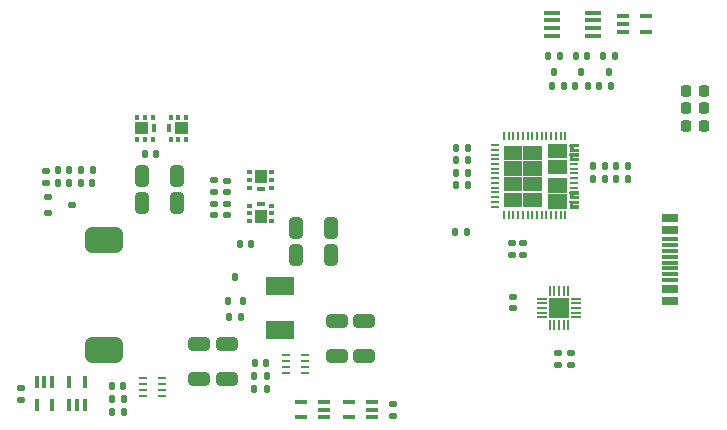
<source format=gbr>
%TF.GenerationSoftware,KiCad,Pcbnew,8.0.3*%
%TF.CreationDate,2024-09-21T22:38:29+02:00*%
%TF.ProjectId,Battery_pack,42617474-6572-4795-9f70-61636b2e6b69,1.0*%
%TF.SameCoordinates,Original*%
%TF.FileFunction,Paste,Top*%
%TF.FilePolarity,Positive*%
%FSLAX46Y46*%
G04 Gerber Fmt 4.6, Leading zero omitted, Abs format (unit mm)*
G04 Created by KiCad (PCBNEW 8.0.3) date 2024-09-21 22:38:29*
%MOMM*%
%LPD*%
G01*
G04 APERTURE LIST*
G04 Aperture macros list*
%AMRoundRect*
0 Rectangle with rounded corners*
0 $1 Rounding radius*
0 $2 $3 $4 $5 $6 $7 $8 $9 X,Y pos of 4 corners*
0 Add a 4 corners polygon primitive as box body*
4,1,4,$2,$3,$4,$5,$6,$7,$8,$9,$2,$3,0*
0 Add four circle primitives for the rounded corners*
1,1,$1+$1,$2,$3*
1,1,$1+$1,$4,$5*
1,1,$1+$1,$6,$7*
1,1,$1+$1,$8,$9*
0 Add four rect primitives between the rounded corners*
20,1,$1+$1,$2,$3,$4,$5,0*
20,1,$1+$1,$4,$5,$6,$7,0*
20,1,$1+$1,$6,$7,$8,$9,0*
20,1,$1+$1,$8,$9,$2,$3,0*%
G04 Aperture macros list end*
%ADD10C,0.010000*%
%ADD11RoundRect,0.140000X0.140000X0.170000X-0.140000X0.170000X-0.140000X-0.170000X0.140000X-0.170000X0*%
%ADD12R,1.400000X0.800000*%
%ADD13R,1.400000X0.300000*%
%ADD14RoundRect,0.050000X0.660000X0.150000X-0.660000X0.150000X-0.660000X-0.150000X0.660000X-0.150000X0*%
%ADD15RoundRect,0.135000X-0.135000X-0.185000X0.135000X-0.185000X0.135000X0.185000X-0.135000X0.185000X0*%
%ADD16RoundRect,0.135000X0.135000X0.185000X-0.135000X0.185000X-0.135000X-0.185000X0.135000X-0.185000X0*%
%ADD17RoundRect,0.048750X0.436250X0.146250X-0.436250X0.146250X-0.436250X-0.146250X0.436250X-0.146250X0*%
%ADD18RoundRect,0.250000X0.650000X-0.325000X0.650000X0.325000X-0.650000X0.325000X-0.650000X-0.325000X0*%
%ADD19R,0.812800X0.203200*%
%ADD20R,0.203200X0.812800*%
%ADD21R,1.803400X1.803400*%
%ADD22RoundRect,0.140000X0.170000X-0.140000X0.170000X0.140000X-0.170000X0.140000X-0.170000X-0.140000X0*%
%ADD23RoundRect,0.135000X0.185000X-0.135000X0.185000X0.135000X-0.185000X0.135000X-0.185000X-0.135000X0*%
%ADD24RoundRect,0.250000X-0.325000X-0.650000X0.325000X-0.650000X0.325000X0.650000X-0.325000X0.650000X0*%
%ADD25RoundRect,0.125000X-0.125000X0.175000X-0.125000X-0.175000X0.125000X-0.175000X0.125000X0.175000X0*%
%ADD26RoundRect,0.140000X-0.170000X0.140000X-0.170000X-0.140000X0.170000X-0.140000X0.170000X0.140000X0*%
%ADD27RoundRect,0.025000X0.375000X0.075000X-0.375000X0.075000X-0.375000X-0.075000X0.375000X-0.075000X0*%
%ADD28RoundRect,0.025000X0.325000X0.075000X-0.325000X0.075000X-0.325000X-0.075000X0.325000X-0.075000X0*%
%ADD29RoundRect,0.025000X0.075000X0.325000X-0.075000X0.325000X-0.075000X-0.325000X0.075000X-0.325000X0*%
%ADD30R,2.400000X1.500000*%
%ADD31RoundRect,0.140000X-0.140000X-0.170000X0.140000X-0.170000X0.140000X0.170000X-0.140000X0.170000X0*%
%ADD32R,0.711200X0.228600*%
%ADD33RoundRect,0.048750X-0.436250X-0.146250X0.436250X-0.146250X0.436250X0.146250X-0.436250X0.146250X0*%
%ADD34RoundRect,0.112500X-0.112500X-0.237500X0.112500X-0.237500X0.112500X0.237500X-0.112500X0.237500X0*%
%ADD35RoundRect,0.048750X0.146250X-0.436250X0.146250X0.436250X-0.146250X0.436250X-0.146250X-0.436250X0*%
%ADD36RoundRect,0.112500X-0.237500X0.112500X-0.237500X-0.112500X0.237500X-0.112500X0.237500X0.112500X0*%
%ADD37RoundRect,0.135000X-0.185000X0.135000X-0.185000X-0.135000X0.185000X-0.135000X0.185000X0.135000X0*%
%ADD38RoundRect,0.218750X-0.218750X-0.256250X0.218750X-0.256250X0.218750X0.256250X-0.218750X0.256250X0*%
%ADD39RoundRect,0.048750X-0.146250X0.436250X-0.146250X-0.436250X0.146250X-0.436250X0.146250X0.436250X0*%
%ADD40RoundRect,0.547500X1.057500X-0.547500X1.057500X0.547500X-1.057500X0.547500X-1.057500X-0.547500X0*%
G04 APERTURE END LIST*
D10*
%TO.C,Q203*%
X131047501Y-114515798D02*
X130717501Y-114515797D01*
X130717501Y-114265798D01*
X131047501Y-114265798D01*
X131047501Y-114515798D01*
G36*
X131047501Y-114515798D02*
G01*
X130717501Y-114515797D01*
X130717501Y-114265798D01*
X131047501Y-114265798D01*
X131047501Y-114515798D01*
G37*
X131047501Y-115165798D02*
X130717501Y-115165798D01*
X130717501Y-114915798D01*
X131047501Y-114915798D01*
X131047501Y-115165798D01*
G36*
X131047501Y-115165798D02*
G01*
X130717501Y-115165798D01*
X130717501Y-114915798D01*
X131047501Y-114915798D01*
X131047501Y-115165798D01*
G37*
X131047501Y-115815798D02*
X130717501Y-115815798D01*
X130717501Y-115565799D01*
X131047501Y-115565798D01*
X131047501Y-115815798D01*
G36*
X131047501Y-115815798D02*
G01*
X130717501Y-115815798D01*
X130717501Y-115565799D01*
X131047501Y-115565798D01*
X131047501Y-115815798D01*
G37*
X132097500Y-114390798D02*
X131537502Y-114390798D01*
X131537501Y-114140798D01*
X132097501Y-114140798D01*
X132097500Y-114390798D01*
G36*
X132097500Y-114390798D02*
G01*
X131537502Y-114390798D01*
X131537501Y-114140798D01*
X132097501Y-114140798D01*
X132097500Y-114390798D01*
G37*
X132267502Y-115850798D02*
X131367500Y-115850798D01*
X131367501Y-114800797D01*
X132267501Y-114800797D01*
X132267502Y-115850798D01*
G36*
X132267502Y-115850798D02*
G01*
X131367500Y-115850798D01*
X131367501Y-114800797D01*
X132267501Y-114800797D01*
X132267502Y-115850798D01*
G37*
X132917501Y-114515797D02*
X132587501Y-114515798D01*
X132587501Y-114265798D01*
X132917501Y-114265798D01*
X132917501Y-114515797D01*
G36*
X132917501Y-114515797D02*
G01*
X132587501Y-114515798D01*
X132587501Y-114265798D01*
X132917501Y-114265798D01*
X132917501Y-114515797D01*
G37*
X132917501Y-115165798D02*
X132587501Y-115165798D01*
X132587501Y-114915798D01*
X132917501Y-114915798D01*
X132917501Y-115165798D01*
G36*
X132917501Y-115165798D02*
G01*
X132587501Y-115165798D01*
X132587501Y-114915798D01*
X132917501Y-114915798D01*
X132917501Y-115165798D01*
G37*
X132917501Y-115565799D02*
X132917501Y-115815798D01*
X132587501Y-115815798D01*
X132587501Y-115565798D01*
X132917501Y-115565799D01*
G36*
X132917501Y-115565799D02*
G01*
X132917501Y-115815798D01*
X132587501Y-115815798D01*
X132587501Y-115565798D01*
X132917501Y-115565799D01*
G37*
%TO.C,Q204*%
X131047501Y-111696396D02*
X130717501Y-111696395D01*
X130717501Y-111446396D01*
X131047501Y-111446396D01*
X131047501Y-111696396D01*
G36*
X131047501Y-111696396D02*
G01*
X130717501Y-111696395D01*
X130717501Y-111446396D01*
X131047501Y-111446396D01*
X131047501Y-111696396D01*
G37*
X131047501Y-112346396D02*
X130717501Y-112346396D01*
X130717501Y-112096396D01*
X131047501Y-112096396D01*
X131047501Y-112346396D01*
G36*
X131047501Y-112346396D02*
G01*
X130717501Y-112346396D01*
X130717501Y-112096396D01*
X131047501Y-112096396D01*
X131047501Y-112346396D01*
G37*
X131047501Y-112996396D02*
X130717501Y-112996396D01*
X130717501Y-112746397D01*
X131047501Y-112746396D01*
X131047501Y-112996396D01*
G36*
X131047501Y-112996396D02*
G01*
X130717501Y-112996396D01*
X130717501Y-112746397D01*
X131047501Y-112746396D01*
X131047501Y-112996396D01*
G37*
X132267501Y-112461397D02*
X131367501Y-112461397D01*
X131367500Y-111411396D01*
X132267502Y-111411396D01*
X132267501Y-112461397D01*
G36*
X132267501Y-112461397D02*
G01*
X131367501Y-112461397D01*
X131367500Y-111411396D01*
X132267502Y-111411396D01*
X132267501Y-112461397D01*
G37*
X132097501Y-113121396D02*
X131537501Y-113121396D01*
X131537502Y-112871396D01*
X132097500Y-112871396D01*
X132097501Y-113121396D01*
G36*
X132097501Y-113121396D02*
G01*
X131537501Y-113121396D01*
X131537502Y-112871396D01*
X132097500Y-112871396D01*
X132097501Y-113121396D01*
G37*
X132917501Y-111696395D02*
X132587501Y-111696396D01*
X132587501Y-111446396D01*
X132917501Y-111446396D01*
X132917501Y-111696395D01*
G36*
X132917501Y-111696395D02*
G01*
X132587501Y-111696396D01*
X132587501Y-111446396D01*
X132917501Y-111446396D01*
X132917501Y-111696395D01*
G37*
X132917501Y-112346396D02*
X132587501Y-112346396D01*
X132587501Y-112096396D01*
X132917501Y-112096396D01*
X132917501Y-112346396D01*
G36*
X132917501Y-112346396D02*
G01*
X132587501Y-112346396D01*
X132587501Y-112096396D01*
X132917501Y-112096396D01*
X132917501Y-112346396D01*
G37*
X132917501Y-112746397D02*
X132917501Y-112996396D01*
X132587501Y-112996396D01*
X132587501Y-112746396D01*
X132917501Y-112746397D01*
G36*
X132917501Y-112746397D02*
G01*
X132917501Y-112996396D01*
X132587501Y-112996396D01*
X132587501Y-112746396D01*
X132917501Y-112746397D01*
G37*
%TO.C,U201*%
X153890101Y-110493950D02*
X152420101Y-110493950D01*
X152420101Y-109373950D01*
X153890101Y-109373950D01*
X153890101Y-110493950D01*
G36*
X153890101Y-110493950D02*
G01*
X152420101Y-110493950D01*
X152420101Y-109373950D01*
X153890101Y-109373950D01*
X153890101Y-110493950D01*
G37*
X153890101Y-111813950D02*
X152420101Y-111813950D01*
X152420101Y-110693950D01*
X153890101Y-110693950D01*
X153890101Y-111813950D01*
G36*
X153890101Y-111813950D02*
G01*
X152420101Y-111813950D01*
X152420101Y-110693950D01*
X153890101Y-110693950D01*
X153890101Y-111813950D01*
G37*
X153890101Y-113133950D02*
X152420101Y-113133950D01*
X152420101Y-112013950D01*
X153890101Y-112013950D01*
X153890101Y-113133950D01*
G36*
X153890101Y-113133950D02*
G01*
X152420101Y-113133950D01*
X152420101Y-112013950D01*
X153890101Y-112013950D01*
X153890101Y-113133950D01*
G37*
X153890101Y-114453950D02*
X152420101Y-114453950D01*
X152420101Y-113333950D01*
X153890101Y-113333950D01*
X153890101Y-114453950D01*
G36*
X153890101Y-114453950D02*
G01*
X152420101Y-114453950D01*
X152420101Y-113333950D01*
X153890101Y-113333950D01*
X153890101Y-114453950D01*
G37*
X155560101Y-110493950D02*
X154090101Y-110493950D01*
X154090101Y-109373950D01*
X155560101Y-109373950D01*
X155560101Y-110493950D01*
G36*
X155560101Y-110493950D02*
G01*
X154090101Y-110493950D01*
X154090101Y-109373950D01*
X155560101Y-109373950D01*
X155560101Y-110493950D01*
G37*
X155560101Y-111813950D02*
X154090101Y-111813950D01*
X154090101Y-110693950D01*
X155560101Y-110693950D01*
X155560101Y-111813950D01*
G36*
X155560101Y-111813950D02*
G01*
X154090101Y-111813950D01*
X154090101Y-110693950D01*
X155560101Y-110693950D01*
X155560101Y-111813950D01*
G37*
X155560101Y-113133950D02*
X154090101Y-113133950D01*
X154090101Y-112013950D01*
X155560101Y-112013950D01*
X155560101Y-113133950D01*
G36*
X155560101Y-113133950D02*
G01*
X154090101Y-113133950D01*
X154090101Y-112013950D01*
X155560101Y-112013950D01*
X155560101Y-113133950D01*
G37*
X155560101Y-114453950D02*
X154090101Y-114453950D01*
X154090101Y-113333950D01*
X155560101Y-113333950D01*
X155560101Y-114453950D01*
G36*
X155560101Y-114453950D02*
G01*
X154090101Y-114453950D01*
X154090101Y-113333950D01*
X155560101Y-113333950D01*
X155560101Y-114453950D01*
G37*
X157650101Y-110338950D02*
X156180101Y-110338950D01*
X156180101Y-109188950D01*
X157650101Y-109188950D01*
X157650101Y-110338950D01*
G36*
X157650101Y-110338950D02*
G01*
X156180101Y-110338950D01*
X156180101Y-109188950D01*
X157650101Y-109188950D01*
X157650101Y-110338950D01*
G37*
X157650101Y-111688950D02*
X156180101Y-111688950D01*
X156180101Y-110538950D01*
X157650101Y-110538950D01*
X157650101Y-111688950D01*
G36*
X157650101Y-111688950D02*
G01*
X156180101Y-111688950D01*
X156180101Y-110538950D01*
X157650101Y-110538950D01*
X157650101Y-111688950D01*
G37*
X157650101Y-113263950D02*
X156180101Y-113263950D01*
X156180101Y-112113950D01*
X157650101Y-112113950D01*
X157650101Y-113263950D01*
G36*
X157650101Y-113263950D02*
G01*
X156180101Y-113263950D01*
X156180101Y-112113950D01*
X157650101Y-112113950D01*
X157650101Y-113263950D01*
G37*
X157650101Y-114613950D02*
X156180101Y-114613950D01*
X156180101Y-113463950D01*
X157650101Y-113463950D01*
X157650101Y-114613950D01*
G36*
X157650101Y-114613950D02*
G01*
X156180101Y-114613950D01*
X156180101Y-113463950D01*
X157650101Y-113463950D01*
X157650101Y-114613950D01*
G37*
X158698101Y-109214950D02*
X158700101Y-109214950D01*
X158703101Y-109215950D01*
X158705101Y-109215950D01*
X158708101Y-109216950D01*
X158710101Y-109217950D01*
X158713101Y-109218950D01*
X158715101Y-109220950D01*
X158717101Y-109221950D01*
X158719101Y-109223950D01*
X158721101Y-109224950D01*
X158723101Y-109226950D01*
X158725101Y-109228950D01*
X158727101Y-109230950D01*
X158729101Y-109232950D01*
X158730101Y-109234950D01*
X158732101Y-109236950D01*
X158733101Y-109238950D01*
X158735101Y-109240950D01*
X158736101Y-109243950D01*
X158737101Y-109245950D01*
X158738101Y-109248950D01*
X158738101Y-109250950D01*
X158739101Y-109253950D01*
X158739101Y-109255950D01*
X158740101Y-109258950D01*
X158740101Y-109260950D01*
X158740101Y-109263950D01*
X158740101Y-109363950D01*
X158740101Y-109366950D01*
X158740101Y-109368950D01*
X158739101Y-109371950D01*
X158739101Y-109373950D01*
X158738101Y-109376950D01*
X158738101Y-109378950D01*
X158737101Y-109381950D01*
X158736101Y-109383950D01*
X158735101Y-109386950D01*
X158733101Y-109388950D01*
X158732101Y-109390950D01*
X158730101Y-109392950D01*
X158729101Y-109394950D01*
X158727101Y-109396950D01*
X158725101Y-109398950D01*
X158723101Y-109400950D01*
X158721101Y-109402950D01*
X158719101Y-109403950D01*
X158717101Y-109405950D01*
X158715101Y-109406950D01*
X158713101Y-109408950D01*
X158710101Y-109409950D01*
X158708101Y-109410950D01*
X158705101Y-109411950D01*
X158703101Y-109411950D01*
X158700101Y-109412950D01*
X158698101Y-109412950D01*
X158695101Y-109413950D01*
X158693101Y-109413950D01*
X158690101Y-109413950D01*
X158290101Y-109413950D01*
X158287101Y-109413950D01*
X158285101Y-109413950D01*
X158282101Y-109414950D01*
X158280101Y-109414950D01*
X158277101Y-109415950D01*
X158275101Y-109415950D01*
X158272101Y-109416950D01*
X158270101Y-109417950D01*
X158267101Y-109418950D01*
X158265101Y-109420950D01*
X158263101Y-109421950D01*
X158261101Y-109423950D01*
X158259101Y-109424950D01*
X158257101Y-109426950D01*
X158255101Y-109428950D01*
X158253101Y-109430950D01*
X158251101Y-109432950D01*
X158250101Y-109434950D01*
X158248101Y-109436950D01*
X158247101Y-109438950D01*
X158245101Y-109440950D01*
X158244101Y-109443950D01*
X158243101Y-109445950D01*
X158242101Y-109448950D01*
X158242101Y-109450950D01*
X158241101Y-109453950D01*
X158241101Y-109455950D01*
X158240101Y-109458950D01*
X158240101Y-109460950D01*
X158240101Y-109463950D01*
X158240101Y-109563950D01*
X158240101Y-109566950D01*
X158240101Y-109568950D01*
X158241101Y-109571950D01*
X158241101Y-109573950D01*
X158242101Y-109576950D01*
X158242101Y-109578950D01*
X158243101Y-109581950D01*
X158244101Y-109583950D01*
X158245101Y-109586950D01*
X158247101Y-109588950D01*
X158248101Y-109590950D01*
X158250101Y-109592950D01*
X158251101Y-109594950D01*
X158253101Y-109596950D01*
X158255101Y-109598950D01*
X158257101Y-109600950D01*
X158259101Y-109602950D01*
X158261101Y-109603950D01*
X158263101Y-109605950D01*
X158265101Y-109606950D01*
X158267101Y-109608950D01*
X158270101Y-109609950D01*
X158272101Y-109610950D01*
X158275101Y-109611950D01*
X158277101Y-109611950D01*
X158280101Y-109612950D01*
X158282101Y-109612950D01*
X158285101Y-109613950D01*
X158287101Y-109613950D01*
X158290101Y-109613950D01*
X158690101Y-109613950D01*
X158693101Y-109613950D01*
X158695101Y-109613950D01*
X158698101Y-109614950D01*
X158700101Y-109614950D01*
X158703101Y-109615950D01*
X158705101Y-109615950D01*
X158708101Y-109616950D01*
X158710101Y-109617950D01*
X158713101Y-109618950D01*
X158715101Y-109620950D01*
X158717101Y-109621950D01*
X158719101Y-109623950D01*
X158721101Y-109624950D01*
X158723101Y-109626950D01*
X158725101Y-109628950D01*
X158727101Y-109630950D01*
X158729101Y-109632950D01*
X158730101Y-109634950D01*
X158732101Y-109636950D01*
X158733101Y-109638950D01*
X158735101Y-109640950D01*
X158736101Y-109643950D01*
X158737101Y-109645950D01*
X158738101Y-109648950D01*
X158738101Y-109650950D01*
X158739101Y-109653950D01*
X158739101Y-109655950D01*
X158740101Y-109658950D01*
X158740101Y-109660950D01*
X158740101Y-109663950D01*
X158740101Y-109763950D01*
X158740101Y-109766950D01*
X158740101Y-109768950D01*
X158739101Y-109771950D01*
X158739101Y-109773950D01*
X158738101Y-109776950D01*
X158738101Y-109778950D01*
X158737101Y-109781950D01*
X158736101Y-109783950D01*
X158735101Y-109786950D01*
X158733101Y-109788950D01*
X158732101Y-109790950D01*
X158730101Y-109792950D01*
X158729101Y-109794950D01*
X158727101Y-109796950D01*
X158725101Y-109798950D01*
X158723101Y-109800950D01*
X158721101Y-109802950D01*
X158719101Y-109803950D01*
X158717101Y-109805950D01*
X158715101Y-109806950D01*
X158713101Y-109808950D01*
X158710101Y-109809950D01*
X158708101Y-109810950D01*
X158705101Y-109811950D01*
X158703101Y-109811950D01*
X158700101Y-109812950D01*
X158698101Y-109812950D01*
X158695101Y-109813950D01*
X158693101Y-109813950D01*
X158690101Y-109813950D01*
X158090101Y-109813950D01*
X158087101Y-109813950D01*
X158085101Y-109813950D01*
X158082101Y-109812950D01*
X158080101Y-109812950D01*
X158077101Y-109811950D01*
X158075101Y-109811950D01*
X158072101Y-109810950D01*
X158070101Y-109809950D01*
X158067101Y-109808950D01*
X158065101Y-109806950D01*
X158063101Y-109805950D01*
X158061101Y-109803950D01*
X158059101Y-109802950D01*
X158057101Y-109800950D01*
X158055101Y-109798950D01*
X158053101Y-109796950D01*
X158051101Y-109794950D01*
X158050101Y-109792950D01*
X158048101Y-109790950D01*
X158047101Y-109788950D01*
X158045101Y-109786950D01*
X158044101Y-109783950D01*
X158043101Y-109781950D01*
X158042101Y-109778950D01*
X158042101Y-109776950D01*
X158041101Y-109773950D01*
X158041101Y-109771950D01*
X158040101Y-109768950D01*
X158040101Y-109766950D01*
X158040101Y-109763950D01*
X158040101Y-109263950D01*
X158040101Y-109260950D01*
X158040101Y-109258950D01*
X158041101Y-109255950D01*
X158041101Y-109253950D01*
X158042101Y-109250950D01*
X158042101Y-109248950D01*
X158043101Y-109245950D01*
X158044101Y-109243950D01*
X158045101Y-109240950D01*
X158047101Y-109238950D01*
X158048101Y-109236950D01*
X158050101Y-109234950D01*
X158051101Y-109232950D01*
X158053101Y-109230950D01*
X158055101Y-109228950D01*
X158057101Y-109226950D01*
X158059101Y-109224950D01*
X158061101Y-109223950D01*
X158063101Y-109221950D01*
X158065101Y-109220950D01*
X158067101Y-109218950D01*
X158070101Y-109217950D01*
X158072101Y-109216950D01*
X158075101Y-109215950D01*
X158077101Y-109215950D01*
X158080101Y-109214950D01*
X158082101Y-109214950D01*
X158085101Y-109213950D01*
X158087101Y-109213950D01*
X158090101Y-109213950D01*
X158690101Y-109213950D01*
X158693101Y-109213950D01*
X158695101Y-109213950D01*
X158698101Y-109214950D01*
G36*
X158698101Y-109214950D02*
G01*
X158700101Y-109214950D01*
X158703101Y-109215950D01*
X158705101Y-109215950D01*
X158708101Y-109216950D01*
X158710101Y-109217950D01*
X158713101Y-109218950D01*
X158715101Y-109220950D01*
X158717101Y-109221950D01*
X158719101Y-109223950D01*
X158721101Y-109224950D01*
X158723101Y-109226950D01*
X158725101Y-109228950D01*
X158727101Y-109230950D01*
X158729101Y-109232950D01*
X158730101Y-109234950D01*
X158732101Y-109236950D01*
X158733101Y-109238950D01*
X158735101Y-109240950D01*
X158736101Y-109243950D01*
X158737101Y-109245950D01*
X158738101Y-109248950D01*
X158738101Y-109250950D01*
X158739101Y-109253950D01*
X158739101Y-109255950D01*
X158740101Y-109258950D01*
X158740101Y-109260950D01*
X158740101Y-109263950D01*
X158740101Y-109363950D01*
X158740101Y-109366950D01*
X158740101Y-109368950D01*
X158739101Y-109371950D01*
X158739101Y-109373950D01*
X158738101Y-109376950D01*
X158738101Y-109378950D01*
X158737101Y-109381950D01*
X158736101Y-109383950D01*
X158735101Y-109386950D01*
X158733101Y-109388950D01*
X158732101Y-109390950D01*
X158730101Y-109392950D01*
X158729101Y-109394950D01*
X158727101Y-109396950D01*
X158725101Y-109398950D01*
X158723101Y-109400950D01*
X158721101Y-109402950D01*
X158719101Y-109403950D01*
X158717101Y-109405950D01*
X158715101Y-109406950D01*
X158713101Y-109408950D01*
X158710101Y-109409950D01*
X158708101Y-109410950D01*
X158705101Y-109411950D01*
X158703101Y-109411950D01*
X158700101Y-109412950D01*
X158698101Y-109412950D01*
X158695101Y-109413950D01*
X158693101Y-109413950D01*
X158690101Y-109413950D01*
X158290101Y-109413950D01*
X158287101Y-109413950D01*
X158285101Y-109413950D01*
X158282101Y-109414950D01*
X158280101Y-109414950D01*
X158277101Y-109415950D01*
X158275101Y-109415950D01*
X158272101Y-109416950D01*
X158270101Y-109417950D01*
X158267101Y-109418950D01*
X158265101Y-109420950D01*
X158263101Y-109421950D01*
X158261101Y-109423950D01*
X158259101Y-109424950D01*
X158257101Y-109426950D01*
X158255101Y-109428950D01*
X158253101Y-109430950D01*
X158251101Y-109432950D01*
X158250101Y-109434950D01*
X158248101Y-109436950D01*
X158247101Y-109438950D01*
X158245101Y-109440950D01*
X158244101Y-109443950D01*
X158243101Y-109445950D01*
X158242101Y-109448950D01*
X158242101Y-109450950D01*
X158241101Y-109453950D01*
X158241101Y-109455950D01*
X158240101Y-109458950D01*
X158240101Y-109460950D01*
X158240101Y-109463950D01*
X158240101Y-109563950D01*
X158240101Y-109566950D01*
X158240101Y-109568950D01*
X158241101Y-109571950D01*
X158241101Y-109573950D01*
X158242101Y-109576950D01*
X158242101Y-109578950D01*
X158243101Y-109581950D01*
X158244101Y-109583950D01*
X158245101Y-109586950D01*
X158247101Y-109588950D01*
X158248101Y-109590950D01*
X158250101Y-109592950D01*
X158251101Y-109594950D01*
X158253101Y-109596950D01*
X158255101Y-109598950D01*
X158257101Y-109600950D01*
X158259101Y-109602950D01*
X158261101Y-109603950D01*
X158263101Y-109605950D01*
X158265101Y-109606950D01*
X158267101Y-109608950D01*
X158270101Y-109609950D01*
X158272101Y-109610950D01*
X158275101Y-109611950D01*
X158277101Y-109611950D01*
X158280101Y-109612950D01*
X158282101Y-109612950D01*
X158285101Y-109613950D01*
X158287101Y-109613950D01*
X158290101Y-109613950D01*
X158690101Y-109613950D01*
X158693101Y-109613950D01*
X158695101Y-109613950D01*
X158698101Y-109614950D01*
X158700101Y-109614950D01*
X158703101Y-109615950D01*
X158705101Y-109615950D01*
X158708101Y-109616950D01*
X158710101Y-109617950D01*
X158713101Y-109618950D01*
X158715101Y-109620950D01*
X158717101Y-109621950D01*
X158719101Y-109623950D01*
X158721101Y-109624950D01*
X158723101Y-109626950D01*
X158725101Y-109628950D01*
X158727101Y-109630950D01*
X158729101Y-109632950D01*
X158730101Y-109634950D01*
X158732101Y-109636950D01*
X158733101Y-109638950D01*
X158735101Y-109640950D01*
X158736101Y-109643950D01*
X158737101Y-109645950D01*
X158738101Y-109648950D01*
X158738101Y-109650950D01*
X158739101Y-109653950D01*
X158739101Y-109655950D01*
X158740101Y-109658950D01*
X158740101Y-109660950D01*
X158740101Y-109663950D01*
X158740101Y-109763950D01*
X158740101Y-109766950D01*
X158740101Y-109768950D01*
X158739101Y-109771950D01*
X158739101Y-109773950D01*
X158738101Y-109776950D01*
X158738101Y-109778950D01*
X158737101Y-109781950D01*
X158736101Y-109783950D01*
X158735101Y-109786950D01*
X158733101Y-109788950D01*
X158732101Y-109790950D01*
X158730101Y-109792950D01*
X158729101Y-109794950D01*
X158727101Y-109796950D01*
X158725101Y-109798950D01*
X158723101Y-109800950D01*
X158721101Y-109802950D01*
X158719101Y-109803950D01*
X158717101Y-109805950D01*
X158715101Y-109806950D01*
X158713101Y-109808950D01*
X158710101Y-109809950D01*
X158708101Y-109810950D01*
X158705101Y-109811950D01*
X158703101Y-109811950D01*
X158700101Y-109812950D01*
X158698101Y-109812950D01*
X158695101Y-109813950D01*
X158693101Y-109813950D01*
X158690101Y-109813950D01*
X158090101Y-109813950D01*
X158087101Y-109813950D01*
X158085101Y-109813950D01*
X158082101Y-109812950D01*
X158080101Y-109812950D01*
X158077101Y-109811950D01*
X158075101Y-109811950D01*
X158072101Y-109810950D01*
X158070101Y-109809950D01*
X158067101Y-109808950D01*
X158065101Y-109806950D01*
X158063101Y-109805950D01*
X158061101Y-109803950D01*
X158059101Y-109802950D01*
X158057101Y-109800950D01*
X158055101Y-109798950D01*
X158053101Y-109796950D01*
X158051101Y-109794950D01*
X158050101Y-109792950D01*
X158048101Y-109790950D01*
X158047101Y-109788950D01*
X158045101Y-109786950D01*
X158044101Y-109783950D01*
X158043101Y-109781950D01*
X158042101Y-109778950D01*
X158042101Y-109776950D01*
X158041101Y-109773950D01*
X158041101Y-109771950D01*
X158040101Y-109768950D01*
X158040101Y-109766950D01*
X158040101Y-109763950D01*
X158040101Y-109263950D01*
X158040101Y-109260950D01*
X158040101Y-109258950D01*
X158041101Y-109255950D01*
X158041101Y-109253950D01*
X158042101Y-109250950D01*
X158042101Y-109248950D01*
X158043101Y-109245950D01*
X158044101Y-109243950D01*
X158045101Y-109240950D01*
X158047101Y-109238950D01*
X158048101Y-109236950D01*
X158050101Y-109234950D01*
X158051101Y-109232950D01*
X158053101Y-109230950D01*
X158055101Y-109228950D01*
X158057101Y-109226950D01*
X158059101Y-109224950D01*
X158061101Y-109223950D01*
X158063101Y-109221950D01*
X158065101Y-109220950D01*
X158067101Y-109218950D01*
X158070101Y-109217950D01*
X158072101Y-109216950D01*
X158075101Y-109215950D01*
X158077101Y-109215950D01*
X158080101Y-109214950D01*
X158082101Y-109214950D01*
X158085101Y-109213950D01*
X158087101Y-109213950D01*
X158090101Y-109213950D01*
X158690101Y-109213950D01*
X158693101Y-109213950D01*
X158695101Y-109213950D01*
X158698101Y-109214950D01*
G37*
X158698101Y-110014950D02*
X158700101Y-110014950D01*
X158703101Y-110015950D01*
X158705101Y-110015950D01*
X158708101Y-110016950D01*
X158710101Y-110017950D01*
X158713101Y-110018950D01*
X158715101Y-110020950D01*
X158717101Y-110021950D01*
X158719101Y-110023950D01*
X158721101Y-110024950D01*
X158723101Y-110026950D01*
X158725101Y-110028950D01*
X158727101Y-110030950D01*
X158729101Y-110032950D01*
X158730101Y-110034950D01*
X158732101Y-110036950D01*
X158733101Y-110038950D01*
X158735101Y-110040950D01*
X158736101Y-110043950D01*
X158737101Y-110045950D01*
X158738101Y-110048950D01*
X158738101Y-110050950D01*
X158739101Y-110053950D01*
X158739101Y-110055950D01*
X158740101Y-110058950D01*
X158740101Y-110060950D01*
X158740101Y-110063950D01*
X158740101Y-110163950D01*
X158740101Y-110166950D01*
X158740101Y-110168950D01*
X158739101Y-110171950D01*
X158739101Y-110173950D01*
X158738101Y-110176950D01*
X158738101Y-110178950D01*
X158737101Y-110181950D01*
X158736101Y-110183950D01*
X158735101Y-110186950D01*
X158733101Y-110188950D01*
X158732101Y-110190950D01*
X158730101Y-110192950D01*
X158729101Y-110194950D01*
X158727101Y-110196950D01*
X158725101Y-110198950D01*
X158723101Y-110200950D01*
X158721101Y-110202950D01*
X158719101Y-110203950D01*
X158717101Y-110205950D01*
X158715101Y-110206950D01*
X158713101Y-110208950D01*
X158710101Y-110209950D01*
X158708101Y-110210950D01*
X158705101Y-110211950D01*
X158703101Y-110211950D01*
X158700101Y-110212950D01*
X158698101Y-110212950D01*
X158695101Y-110213950D01*
X158693101Y-110213950D01*
X158690101Y-110213950D01*
X158290101Y-110213950D01*
X158287101Y-110213950D01*
X158285101Y-110213950D01*
X158282101Y-110214950D01*
X158280101Y-110214950D01*
X158277101Y-110215950D01*
X158275101Y-110215950D01*
X158272101Y-110216950D01*
X158270101Y-110217950D01*
X158267101Y-110218950D01*
X158265101Y-110220950D01*
X158263101Y-110221950D01*
X158261101Y-110223950D01*
X158259101Y-110224950D01*
X158257101Y-110226950D01*
X158255101Y-110228950D01*
X158253101Y-110230950D01*
X158251101Y-110232950D01*
X158250101Y-110234950D01*
X158248101Y-110236950D01*
X158247101Y-110238950D01*
X158245101Y-110240950D01*
X158244101Y-110243950D01*
X158243101Y-110245950D01*
X158242101Y-110248950D01*
X158242101Y-110250950D01*
X158241101Y-110253950D01*
X158241101Y-110255950D01*
X158240101Y-110258950D01*
X158240101Y-110260950D01*
X158240101Y-110263950D01*
X158240101Y-110363950D01*
X158240101Y-110366950D01*
X158240101Y-110368950D01*
X158241101Y-110371950D01*
X158241101Y-110373950D01*
X158242101Y-110376950D01*
X158242101Y-110378950D01*
X158243101Y-110381950D01*
X158244101Y-110383950D01*
X158245101Y-110386950D01*
X158247101Y-110388950D01*
X158248101Y-110390950D01*
X158250101Y-110392950D01*
X158251101Y-110394950D01*
X158253101Y-110396950D01*
X158255101Y-110398950D01*
X158257101Y-110400950D01*
X158259101Y-110402950D01*
X158261101Y-110403950D01*
X158263101Y-110405950D01*
X158265101Y-110406950D01*
X158267101Y-110408950D01*
X158270101Y-110409950D01*
X158272101Y-110410950D01*
X158275101Y-110411950D01*
X158277101Y-110411950D01*
X158280101Y-110412950D01*
X158282101Y-110412950D01*
X158285101Y-110413950D01*
X158287101Y-110413950D01*
X158290101Y-110413950D01*
X158690101Y-110413950D01*
X158693101Y-110413950D01*
X158695101Y-110413950D01*
X158698101Y-110414950D01*
X158700101Y-110414950D01*
X158703101Y-110415950D01*
X158705101Y-110415950D01*
X158708101Y-110416950D01*
X158710101Y-110417950D01*
X158713101Y-110418950D01*
X158715101Y-110420950D01*
X158717101Y-110421950D01*
X158719101Y-110423950D01*
X158721101Y-110424950D01*
X158723101Y-110426950D01*
X158725101Y-110428950D01*
X158727101Y-110430950D01*
X158729101Y-110432950D01*
X158730101Y-110434950D01*
X158732101Y-110436950D01*
X158733101Y-110438950D01*
X158735101Y-110440950D01*
X158736101Y-110443950D01*
X158737101Y-110445950D01*
X158738101Y-110448950D01*
X158738101Y-110450950D01*
X158739101Y-110453950D01*
X158739101Y-110455950D01*
X158740101Y-110458950D01*
X158740101Y-110460950D01*
X158740101Y-110463950D01*
X158740101Y-110563950D01*
X158740101Y-110566950D01*
X158740101Y-110568950D01*
X158739101Y-110571950D01*
X158739101Y-110573950D01*
X158738101Y-110576950D01*
X158738101Y-110578950D01*
X158737101Y-110581950D01*
X158736101Y-110583950D01*
X158735101Y-110586950D01*
X158733101Y-110588950D01*
X158732101Y-110590950D01*
X158730101Y-110592950D01*
X158729101Y-110594950D01*
X158727101Y-110596950D01*
X158725101Y-110598950D01*
X158723101Y-110600950D01*
X158721101Y-110602950D01*
X158719101Y-110603950D01*
X158717101Y-110605950D01*
X158715101Y-110606950D01*
X158713101Y-110608950D01*
X158710101Y-110609950D01*
X158708101Y-110610950D01*
X158705101Y-110611950D01*
X158703101Y-110611950D01*
X158700101Y-110612950D01*
X158698101Y-110612950D01*
X158695101Y-110613950D01*
X158693101Y-110613950D01*
X158690101Y-110613950D01*
X158090101Y-110613950D01*
X158087101Y-110613950D01*
X158085101Y-110613950D01*
X158082101Y-110612950D01*
X158080101Y-110612950D01*
X158077101Y-110611950D01*
X158075101Y-110611950D01*
X158072101Y-110610950D01*
X158070101Y-110609950D01*
X158067101Y-110608950D01*
X158065101Y-110606950D01*
X158063101Y-110605950D01*
X158061101Y-110603950D01*
X158059101Y-110602950D01*
X158057101Y-110600950D01*
X158055101Y-110598950D01*
X158053101Y-110596950D01*
X158051101Y-110594950D01*
X158050101Y-110592950D01*
X158048101Y-110590950D01*
X158047101Y-110588950D01*
X158045101Y-110586950D01*
X158044101Y-110583950D01*
X158043101Y-110581950D01*
X158042101Y-110578950D01*
X158042101Y-110576950D01*
X158041101Y-110573950D01*
X158041101Y-110571950D01*
X158040101Y-110568950D01*
X158040101Y-110566950D01*
X158040101Y-110563950D01*
X158040101Y-110063950D01*
X158040101Y-110060950D01*
X158040101Y-110058950D01*
X158041101Y-110055950D01*
X158041101Y-110053950D01*
X158042101Y-110050950D01*
X158042101Y-110048950D01*
X158043101Y-110045950D01*
X158044101Y-110043950D01*
X158045101Y-110040950D01*
X158047101Y-110038950D01*
X158048101Y-110036950D01*
X158050101Y-110034950D01*
X158051101Y-110032950D01*
X158053101Y-110030950D01*
X158055101Y-110028950D01*
X158057101Y-110026950D01*
X158059101Y-110024950D01*
X158061101Y-110023950D01*
X158063101Y-110021950D01*
X158065101Y-110020950D01*
X158067101Y-110018950D01*
X158070101Y-110017950D01*
X158072101Y-110016950D01*
X158075101Y-110015950D01*
X158077101Y-110015950D01*
X158080101Y-110014950D01*
X158082101Y-110014950D01*
X158085101Y-110013950D01*
X158087101Y-110013950D01*
X158090101Y-110013950D01*
X158690101Y-110013950D01*
X158693101Y-110013950D01*
X158695101Y-110013950D01*
X158698101Y-110014950D01*
G36*
X158698101Y-110014950D02*
G01*
X158700101Y-110014950D01*
X158703101Y-110015950D01*
X158705101Y-110015950D01*
X158708101Y-110016950D01*
X158710101Y-110017950D01*
X158713101Y-110018950D01*
X158715101Y-110020950D01*
X158717101Y-110021950D01*
X158719101Y-110023950D01*
X158721101Y-110024950D01*
X158723101Y-110026950D01*
X158725101Y-110028950D01*
X158727101Y-110030950D01*
X158729101Y-110032950D01*
X158730101Y-110034950D01*
X158732101Y-110036950D01*
X158733101Y-110038950D01*
X158735101Y-110040950D01*
X158736101Y-110043950D01*
X158737101Y-110045950D01*
X158738101Y-110048950D01*
X158738101Y-110050950D01*
X158739101Y-110053950D01*
X158739101Y-110055950D01*
X158740101Y-110058950D01*
X158740101Y-110060950D01*
X158740101Y-110063950D01*
X158740101Y-110163950D01*
X158740101Y-110166950D01*
X158740101Y-110168950D01*
X158739101Y-110171950D01*
X158739101Y-110173950D01*
X158738101Y-110176950D01*
X158738101Y-110178950D01*
X158737101Y-110181950D01*
X158736101Y-110183950D01*
X158735101Y-110186950D01*
X158733101Y-110188950D01*
X158732101Y-110190950D01*
X158730101Y-110192950D01*
X158729101Y-110194950D01*
X158727101Y-110196950D01*
X158725101Y-110198950D01*
X158723101Y-110200950D01*
X158721101Y-110202950D01*
X158719101Y-110203950D01*
X158717101Y-110205950D01*
X158715101Y-110206950D01*
X158713101Y-110208950D01*
X158710101Y-110209950D01*
X158708101Y-110210950D01*
X158705101Y-110211950D01*
X158703101Y-110211950D01*
X158700101Y-110212950D01*
X158698101Y-110212950D01*
X158695101Y-110213950D01*
X158693101Y-110213950D01*
X158690101Y-110213950D01*
X158290101Y-110213950D01*
X158287101Y-110213950D01*
X158285101Y-110213950D01*
X158282101Y-110214950D01*
X158280101Y-110214950D01*
X158277101Y-110215950D01*
X158275101Y-110215950D01*
X158272101Y-110216950D01*
X158270101Y-110217950D01*
X158267101Y-110218950D01*
X158265101Y-110220950D01*
X158263101Y-110221950D01*
X158261101Y-110223950D01*
X158259101Y-110224950D01*
X158257101Y-110226950D01*
X158255101Y-110228950D01*
X158253101Y-110230950D01*
X158251101Y-110232950D01*
X158250101Y-110234950D01*
X158248101Y-110236950D01*
X158247101Y-110238950D01*
X158245101Y-110240950D01*
X158244101Y-110243950D01*
X158243101Y-110245950D01*
X158242101Y-110248950D01*
X158242101Y-110250950D01*
X158241101Y-110253950D01*
X158241101Y-110255950D01*
X158240101Y-110258950D01*
X158240101Y-110260950D01*
X158240101Y-110263950D01*
X158240101Y-110363950D01*
X158240101Y-110366950D01*
X158240101Y-110368950D01*
X158241101Y-110371950D01*
X158241101Y-110373950D01*
X158242101Y-110376950D01*
X158242101Y-110378950D01*
X158243101Y-110381950D01*
X158244101Y-110383950D01*
X158245101Y-110386950D01*
X158247101Y-110388950D01*
X158248101Y-110390950D01*
X158250101Y-110392950D01*
X158251101Y-110394950D01*
X158253101Y-110396950D01*
X158255101Y-110398950D01*
X158257101Y-110400950D01*
X158259101Y-110402950D01*
X158261101Y-110403950D01*
X158263101Y-110405950D01*
X158265101Y-110406950D01*
X158267101Y-110408950D01*
X158270101Y-110409950D01*
X158272101Y-110410950D01*
X158275101Y-110411950D01*
X158277101Y-110411950D01*
X158280101Y-110412950D01*
X158282101Y-110412950D01*
X158285101Y-110413950D01*
X158287101Y-110413950D01*
X158290101Y-110413950D01*
X158690101Y-110413950D01*
X158693101Y-110413950D01*
X158695101Y-110413950D01*
X158698101Y-110414950D01*
X158700101Y-110414950D01*
X158703101Y-110415950D01*
X158705101Y-110415950D01*
X158708101Y-110416950D01*
X158710101Y-110417950D01*
X158713101Y-110418950D01*
X158715101Y-110420950D01*
X158717101Y-110421950D01*
X158719101Y-110423950D01*
X158721101Y-110424950D01*
X158723101Y-110426950D01*
X158725101Y-110428950D01*
X158727101Y-110430950D01*
X158729101Y-110432950D01*
X158730101Y-110434950D01*
X158732101Y-110436950D01*
X158733101Y-110438950D01*
X158735101Y-110440950D01*
X158736101Y-110443950D01*
X158737101Y-110445950D01*
X158738101Y-110448950D01*
X158738101Y-110450950D01*
X158739101Y-110453950D01*
X158739101Y-110455950D01*
X158740101Y-110458950D01*
X158740101Y-110460950D01*
X158740101Y-110463950D01*
X158740101Y-110563950D01*
X158740101Y-110566950D01*
X158740101Y-110568950D01*
X158739101Y-110571950D01*
X158739101Y-110573950D01*
X158738101Y-110576950D01*
X158738101Y-110578950D01*
X158737101Y-110581950D01*
X158736101Y-110583950D01*
X158735101Y-110586950D01*
X158733101Y-110588950D01*
X158732101Y-110590950D01*
X158730101Y-110592950D01*
X158729101Y-110594950D01*
X158727101Y-110596950D01*
X158725101Y-110598950D01*
X158723101Y-110600950D01*
X158721101Y-110602950D01*
X158719101Y-110603950D01*
X158717101Y-110605950D01*
X158715101Y-110606950D01*
X158713101Y-110608950D01*
X158710101Y-110609950D01*
X158708101Y-110610950D01*
X158705101Y-110611950D01*
X158703101Y-110611950D01*
X158700101Y-110612950D01*
X158698101Y-110612950D01*
X158695101Y-110613950D01*
X158693101Y-110613950D01*
X158690101Y-110613950D01*
X158090101Y-110613950D01*
X158087101Y-110613950D01*
X158085101Y-110613950D01*
X158082101Y-110612950D01*
X158080101Y-110612950D01*
X158077101Y-110611950D01*
X158075101Y-110611950D01*
X158072101Y-110610950D01*
X158070101Y-110609950D01*
X158067101Y-110608950D01*
X158065101Y-110606950D01*
X158063101Y-110605950D01*
X158061101Y-110603950D01*
X158059101Y-110602950D01*
X158057101Y-110600950D01*
X158055101Y-110598950D01*
X158053101Y-110596950D01*
X158051101Y-110594950D01*
X158050101Y-110592950D01*
X158048101Y-110590950D01*
X158047101Y-110588950D01*
X158045101Y-110586950D01*
X158044101Y-110583950D01*
X158043101Y-110581950D01*
X158042101Y-110578950D01*
X158042101Y-110576950D01*
X158041101Y-110573950D01*
X158041101Y-110571950D01*
X158040101Y-110568950D01*
X158040101Y-110566950D01*
X158040101Y-110563950D01*
X158040101Y-110063950D01*
X158040101Y-110060950D01*
X158040101Y-110058950D01*
X158041101Y-110055950D01*
X158041101Y-110053950D01*
X158042101Y-110050950D01*
X158042101Y-110048950D01*
X158043101Y-110045950D01*
X158044101Y-110043950D01*
X158045101Y-110040950D01*
X158047101Y-110038950D01*
X158048101Y-110036950D01*
X158050101Y-110034950D01*
X158051101Y-110032950D01*
X158053101Y-110030950D01*
X158055101Y-110028950D01*
X158057101Y-110026950D01*
X158059101Y-110024950D01*
X158061101Y-110023950D01*
X158063101Y-110021950D01*
X158065101Y-110020950D01*
X158067101Y-110018950D01*
X158070101Y-110017950D01*
X158072101Y-110016950D01*
X158075101Y-110015950D01*
X158077101Y-110015950D01*
X158080101Y-110014950D01*
X158082101Y-110014950D01*
X158085101Y-110013950D01*
X158087101Y-110013950D01*
X158090101Y-110013950D01*
X158690101Y-110013950D01*
X158693101Y-110013950D01*
X158695101Y-110013950D01*
X158698101Y-110014950D01*
G37*
X158698101Y-113214950D02*
X158700101Y-113214950D01*
X158703101Y-113215950D01*
X158705101Y-113215950D01*
X158708101Y-113216950D01*
X158710101Y-113217950D01*
X158713101Y-113218950D01*
X158715101Y-113220950D01*
X158717101Y-113221950D01*
X158719101Y-113223950D01*
X158721101Y-113224950D01*
X158723101Y-113226950D01*
X158725101Y-113228950D01*
X158727101Y-113230950D01*
X158729101Y-113232950D01*
X158730101Y-113234950D01*
X158732101Y-113236950D01*
X158733101Y-113238950D01*
X158735101Y-113240950D01*
X158736101Y-113243950D01*
X158737101Y-113245950D01*
X158738101Y-113248950D01*
X158738101Y-113250950D01*
X158739101Y-113253950D01*
X158739101Y-113255950D01*
X158740101Y-113258950D01*
X158740101Y-113260950D01*
X158740101Y-113263950D01*
X158740101Y-113363950D01*
X158740101Y-113366950D01*
X158740101Y-113368950D01*
X158739101Y-113371950D01*
X158739101Y-113373950D01*
X158738101Y-113376950D01*
X158738101Y-113378950D01*
X158737101Y-113381950D01*
X158736101Y-113383950D01*
X158735101Y-113386950D01*
X158733101Y-113388950D01*
X158732101Y-113390950D01*
X158730101Y-113392950D01*
X158729101Y-113394950D01*
X158727101Y-113396950D01*
X158725101Y-113398950D01*
X158723101Y-113400950D01*
X158721101Y-113402950D01*
X158719101Y-113403950D01*
X158717101Y-113405950D01*
X158715101Y-113406950D01*
X158713101Y-113408950D01*
X158710101Y-113409950D01*
X158708101Y-113410950D01*
X158705101Y-113411950D01*
X158703101Y-113411950D01*
X158700101Y-113412950D01*
X158698101Y-113412950D01*
X158695101Y-113413950D01*
X158693101Y-113413950D01*
X158690101Y-113413950D01*
X158290101Y-113413950D01*
X158287101Y-113413950D01*
X158285101Y-113413950D01*
X158282101Y-113414950D01*
X158280101Y-113414950D01*
X158277101Y-113415950D01*
X158275101Y-113415950D01*
X158272101Y-113416950D01*
X158270101Y-113417950D01*
X158267101Y-113418950D01*
X158265101Y-113420950D01*
X158263101Y-113421950D01*
X158261101Y-113423950D01*
X158259101Y-113424950D01*
X158257101Y-113426950D01*
X158255101Y-113428950D01*
X158253101Y-113430950D01*
X158251101Y-113432950D01*
X158250101Y-113434950D01*
X158248101Y-113436950D01*
X158247101Y-113438950D01*
X158245101Y-113440950D01*
X158244101Y-113443950D01*
X158243101Y-113445950D01*
X158242101Y-113448950D01*
X158242101Y-113450950D01*
X158241101Y-113453950D01*
X158241101Y-113455950D01*
X158240101Y-113458950D01*
X158240101Y-113460950D01*
X158240101Y-113463950D01*
X158240101Y-113563950D01*
X158240101Y-113566950D01*
X158240101Y-113568950D01*
X158241101Y-113571950D01*
X158241101Y-113573950D01*
X158242101Y-113576950D01*
X158242101Y-113578950D01*
X158243101Y-113581950D01*
X158244101Y-113583950D01*
X158245101Y-113586950D01*
X158247101Y-113588950D01*
X158248101Y-113590950D01*
X158250101Y-113592950D01*
X158251101Y-113594950D01*
X158253101Y-113596950D01*
X158255101Y-113598950D01*
X158257101Y-113600950D01*
X158259101Y-113602950D01*
X158261101Y-113603950D01*
X158263101Y-113605950D01*
X158265101Y-113606950D01*
X158267101Y-113608950D01*
X158270101Y-113609950D01*
X158272101Y-113610950D01*
X158275101Y-113611950D01*
X158277101Y-113611950D01*
X158280101Y-113612950D01*
X158282101Y-113612950D01*
X158285101Y-113613950D01*
X158287101Y-113613950D01*
X158290101Y-113613950D01*
X158690101Y-113613950D01*
X158693101Y-113613950D01*
X158695101Y-113613950D01*
X158698101Y-113614950D01*
X158700101Y-113614950D01*
X158703101Y-113615950D01*
X158705101Y-113615950D01*
X158708101Y-113616950D01*
X158710101Y-113617950D01*
X158713101Y-113618950D01*
X158715101Y-113620950D01*
X158717101Y-113621950D01*
X158719101Y-113623950D01*
X158721101Y-113624950D01*
X158723101Y-113626950D01*
X158725101Y-113628950D01*
X158727101Y-113630950D01*
X158729101Y-113632950D01*
X158730101Y-113634950D01*
X158732101Y-113636950D01*
X158733101Y-113638950D01*
X158735101Y-113640950D01*
X158736101Y-113643950D01*
X158737101Y-113645950D01*
X158738101Y-113648950D01*
X158738101Y-113650950D01*
X158739101Y-113653950D01*
X158739101Y-113655950D01*
X158740101Y-113658950D01*
X158740101Y-113660950D01*
X158740101Y-113663950D01*
X158740101Y-113763950D01*
X158740101Y-113766950D01*
X158740101Y-113768950D01*
X158739101Y-113771950D01*
X158739101Y-113773950D01*
X158738101Y-113776950D01*
X158738101Y-113778950D01*
X158737101Y-113781950D01*
X158736101Y-113783950D01*
X158735101Y-113786950D01*
X158733101Y-113788950D01*
X158732101Y-113790950D01*
X158730101Y-113792950D01*
X158729101Y-113794950D01*
X158727101Y-113796950D01*
X158725101Y-113798950D01*
X158723101Y-113800950D01*
X158721101Y-113802950D01*
X158719101Y-113803950D01*
X158717101Y-113805950D01*
X158715101Y-113806950D01*
X158713101Y-113808950D01*
X158710101Y-113809950D01*
X158708101Y-113810950D01*
X158705101Y-113811950D01*
X158703101Y-113811950D01*
X158700101Y-113812950D01*
X158698101Y-113812950D01*
X158695101Y-113813950D01*
X158693101Y-113813950D01*
X158690101Y-113813950D01*
X158090101Y-113813950D01*
X158087101Y-113813950D01*
X158085101Y-113813950D01*
X158082101Y-113812950D01*
X158080101Y-113812950D01*
X158077101Y-113811950D01*
X158075101Y-113811950D01*
X158072101Y-113810950D01*
X158070101Y-113809950D01*
X158067101Y-113808950D01*
X158065101Y-113806950D01*
X158063101Y-113805950D01*
X158061101Y-113803950D01*
X158059101Y-113802950D01*
X158057101Y-113800950D01*
X158055101Y-113798950D01*
X158053101Y-113796950D01*
X158051101Y-113794950D01*
X158050101Y-113792950D01*
X158048101Y-113790950D01*
X158047101Y-113788950D01*
X158045101Y-113786950D01*
X158044101Y-113783950D01*
X158043101Y-113781950D01*
X158042101Y-113778950D01*
X158042101Y-113776950D01*
X158041101Y-113773950D01*
X158041101Y-113771950D01*
X158040101Y-113768950D01*
X158040101Y-113766950D01*
X158040101Y-113763950D01*
X158040101Y-113263950D01*
X158040101Y-113260950D01*
X158040101Y-113258950D01*
X158041101Y-113255950D01*
X158041101Y-113253950D01*
X158042101Y-113250950D01*
X158042101Y-113248950D01*
X158043101Y-113245950D01*
X158044101Y-113243950D01*
X158045101Y-113240950D01*
X158047101Y-113238950D01*
X158048101Y-113236950D01*
X158050101Y-113234950D01*
X158051101Y-113232950D01*
X158053101Y-113230950D01*
X158055101Y-113228950D01*
X158057101Y-113226950D01*
X158059101Y-113224950D01*
X158061101Y-113223950D01*
X158063101Y-113221950D01*
X158065101Y-113220950D01*
X158067101Y-113218950D01*
X158070101Y-113217950D01*
X158072101Y-113216950D01*
X158075101Y-113215950D01*
X158077101Y-113215950D01*
X158080101Y-113214950D01*
X158082101Y-113214950D01*
X158085101Y-113213950D01*
X158087101Y-113213950D01*
X158090101Y-113213950D01*
X158690101Y-113213950D01*
X158693101Y-113213950D01*
X158695101Y-113213950D01*
X158698101Y-113214950D01*
G36*
X158698101Y-113214950D02*
G01*
X158700101Y-113214950D01*
X158703101Y-113215950D01*
X158705101Y-113215950D01*
X158708101Y-113216950D01*
X158710101Y-113217950D01*
X158713101Y-113218950D01*
X158715101Y-113220950D01*
X158717101Y-113221950D01*
X158719101Y-113223950D01*
X158721101Y-113224950D01*
X158723101Y-113226950D01*
X158725101Y-113228950D01*
X158727101Y-113230950D01*
X158729101Y-113232950D01*
X158730101Y-113234950D01*
X158732101Y-113236950D01*
X158733101Y-113238950D01*
X158735101Y-113240950D01*
X158736101Y-113243950D01*
X158737101Y-113245950D01*
X158738101Y-113248950D01*
X158738101Y-113250950D01*
X158739101Y-113253950D01*
X158739101Y-113255950D01*
X158740101Y-113258950D01*
X158740101Y-113260950D01*
X158740101Y-113263950D01*
X158740101Y-113363950D01*
X158740101Y-113366950D01*
X158740101Y-113368950D01*
X158739101Y-113371950D01*
X158739101Y-113373950D01*
X158738101Y-113376950D01*
X158738101Y-113378950D01*
X158737101Y-113381950D01*
X158736101Y-113383950D01*
X158735101Y-113386950D01*
X158733101Y-113388950D01*
X158732101Y-113390950D01*
X158730101Y-113392950D01*
X158729101Y-113394950D01*
X158727101Y-113396950D01*
X158725101Y-113398950D01*
X158723101Y-113400950D01*
X158721101Y-113402950D01*
X158719101Y-113403950D01*
X158717101Y-113405950D01*
X158715101Y-113406950D01*
X158713101Y-113408950D01*
X158710101Y-113409950D01*
X158708101Y-113410950D01*
X158705101Y-113411950D01*
X158703101Y-113411950D01*
X158700101Y-113412950D01*
X158698101Y-113412950D01*
X158695101Y-113413950D01*
X158693101Y-113413950D01*
X158690101Y-113413950D01*
X158290101Y-113413950D01*
X158287101Y-113413950D01*
X158285101Y-113413950D01*
X158282101Y-113414950D01*
X158280101Y-113414950D01*
X158277101Y-113415950D01*
X158275101Y-113415950D01*
X158272101Y-113416950D01*
X158270101Y-113417950D01*
X158267101Y-113418950D01*
X158265101Y-113420950D01*
X158263101Y-113421950D01*
X158261101Y-113423950D01*
X158259101Y-113424950D01*
X158257101Y-113426950D01*
X158255101Y-113428950D01*
X158253101Y-113430950D01*
X158251101Y-113432950D01*
X158250101Y-113434950D01*
X158248101Y-113436950D01*
X158247101Y-113438950D01*
X158245101Y-113440950D01*
X158244101Y-113443950D01*
X158243101Y-113445950D01*
X158242101Y-113448950D01*
X158242101Y-113450950D01*
X158241101Y-113453950D01*
X158241101Y-113455950D01*
X158240101Y-113458950D01*
X158240101Y-113460950D01*
X158240101Y-113463950D01*
X158240101Y-113563950D01*
X158240101Y-113566950D01*
X158240101Y-113568950D01*
X158241101Y-113571950D01*
X158241101Y-113573950D01*
X158242101Y-113576950D01*
X158242101Y-113578950D01*
X158243101Y-113581950D01*
X158244101Y-113583950D01*
X158245101Y-113586950D01*
X158247101Y-113588950D01*
X158248101Y-113590950D01*
X158250101Y-113592950D01*
X158251101Y-113594950D01*
X158253101Y-113596950D01*
X158255101Y-113598950D01*
X158257101Y-113600950D01*
X158259101Y-113602950D01*
X158261101Y-113603950D01*
X158263101Y-113605950D01*
X158265101Y-113606950D01*
X158267101Y-113608950D01*
X158270101Y-113609950D01*
X158272101Y-113610950D01*
X158275101Y-113611950D01*
X158277101Y-113611950D01*
X158280101Y-113612950D01*
X158282101Y-113612950D01*
X158285101Y-113613950D01*
X158287101Y-113613950D01*
X158290101Y-113613950D01*
X158690101Y-113613950D01*
X158693101Y-113613950D01*
X158695101Y-113613950D01*
X158698101Y-113614950D01*
X158700101Y-113614950D01*
X158703101Y-113615950D01*
X158705101Y-113615950D01*
X158708101Y-113616950D01*
X158710101Y-113617950D01*
X158713101Y-113618950D01*
X158715101Y-113620950D01*
X158717101Y-113621950D01*
X158719101Y-113623950D01*
X158721101Y-113624950D01*
X158723101Y-113626950D01*
X158725101Y-113628950D01*
X158727101Y-113630950D01*
X158729101Y-113632950D01*
X158730101Y-113634950D01*
X158732101Y-113636950D01*
X158733101Y-113638950D01*
X158735101Y-113640950D01*
X158736101Y-113643950D01*
X158737101Y-113645950D01*
X158738101Y-113648950D01*
X158738101Y-113650950D01*
X158739101Y-113653950D01*
X158739101Y-113655950D01*
X158740101Y-113658950D01*
X158740101Y-113660950D01*
X158740101Y-113663950D01*
X158740101Y-113763950D01*
X158740101Y-113766950D01*
X158740101Y-113768950D01*
X158739101Y-113771950D01*
X158739101Y-113773950D01*
X158738101Y-113776950D01*
X158738101Y-113778950D01*
X158737101Y-113781950D01*
X158736101Y-113783950D01*
X158735101Y-113786950D01*
X158733101Y-113788950D01*
X158732101Y-113790950D01*
X158730101Y-113792950D01*
X158729101Y-113794950D01*
X158727101Y-113796950D01*
X158725101Y-113798950D01*
X158723101Y-113800950D01*
X158721101Y-113802950D01*
X158719101Y-113803950D01*
X158717101Y-113805950D01*
X158715101Y-113806950D01*
X158713101Y-113808950D01*
X158710101Y-113809950D01*
X158708101Y-113810950D01*
X158705101Y-113811950D01*
X158703101Y-113811950D01*
X158700101Y-113812950D01*
X158698101Y-113812950D01*
X158695101Y-113813950D01*
X158693101Y-113813950D01*
X158690101Y-113813950D01*
X158090101Y-113813950D01*
X158087101Y-113813950D01*
X158085101Y-113813950D01*
X158082101Y-113812950D01*
X158080101Y-113812950D01*
X158077101Y-113811950D01*
X158075101Y-113811950D01*
X158072101Y-113810950D01*
X158070101Y-113809950D01*
X158067101Y-113808950D01*
X158065101Y-113806950D01*
X158063101Y-113805950D01*
X158061101Y-113803950D01*
X158059101Y-113802950D01*
X158057101Y-113800950D01*
X158055101Y-113798950D01*
X158053101Y-113796950D01*
X158051101Y-113794950D01*
X158050101Y-113792950D01*
X158048101Y-113790950D01*
X158047101Y-113788950D01*
X158045101Y-113786950D01*
X158044101Y-113783950D01*
X158043101Y-113781950D01*
X158042101Y-113778950D01*
X158042101Y-113776950D01*
X158041101Y-113773950D01*
X158041101Y-113771950D01*
X158040101Y-113768950D01*
X158040101Y-113766950D01*
X158040101Y-113763950D01*
X158040101Y-113263950D01*
X158040101Y-113260950D01*
X158040101Y-113258950D01*
X158041101Y-113255950D01*
X158041101Y-113253950D01*
X158042101Y-113250950D01*
X158042101Y-113248950D01*
X158043101Y-113245950D01*
X158044101Y-113243950D01*
X158045101Y-113240950D01*
X158047101Y-113238950D01*
X158048101Y-113236950D01*
X158050101Y-113234950D01*
X158051101Y-113232950D01*
X158053101Y-113230950D01*
X158055101Y-113228950D01*
X158057101Y-113226950D01*
X158059101Y-113224950D01*
X158061101Y-113223950D01*
X158063101Y-113221950D01*
X158065101Y-113220950D01*
X158067101Y-113218950D01*
X158070101Y-113217950D01*
X158072101Y-113216950D01*
X158075101Y-113215950D01*
X158077101Y-113215950D01*
X158080101Y-113214950D01*
X158082101Y-113214950D01*
X158085101Y-113213950D01*
X158087101Y-113213950D01*
X158090101Y-113213950D01*
X158690101Y-113213950D01*
X158693101Y-113213950D01*
X158695101Y-113213950D01*
X158698101Y-113214950D01*
G37*
X158698101Y-114014950D02*
X158700101Y-114014950D01*
X158703101Y-114015950D01*
X158705101Y-114015950D01*
X158708101Y-114016950D01*
X158710101Y-114017950D01*
X158713101Y-114018950D01*
X158715101Y-114020950D01*
X158717101Y-114021950D01*
X158719101Y-114023950D01*
X158721101Y-114024950D01*
X158723101Y-114026950D01*
X158725101Y-114028950D01*
X158727101Y-114030950D01*
X158729101Y-114032950D01*
X158730101Y-114034950D01*
X158732101Y-114036950D01*
X158733101Y-114038950D01*
X158735101Y-114040950D01*
X158736101Y-114043950D01*
X158737101Y-114045950D01*
X158738101Y-114048950D01*
X158738101Y-114050950D01*
X158739101Y-114053950D01*
X158739101Y-114055950D01*
X158740101Y-114058950D01*
X158740101Y-114060950D01*
X158740101Y-114063950D01*
X158740101Y-114163950D01*
X158740101Y-114166950D01*
X158740101Y-114168950D01*
X158739101Y-114171950D01*
X158739101Y-114173950D01*
X158738101Y-114176950D01*
X158738101Y-114178950D01*
X158737101Y-114181950D01*
X158736101Y-114183950D01*
X158735101Y-114186950D01*
X158733101Y-114188950D01*
X158732101Y-114190950D01*
X158730101Y-114192950D01*
X158729101Y-114194950D01*
X158727101Y-114196950D01*
X158725101Y-114198950D01*
X158723101Y-114200950D01*
X158721101Y-114202950D01*
X158719101Y-114203950D01*
X158717101Y-114205950D01*
X158715101Y-114206950D01*
X158713101Y-114208950D01*
X158710101Y-114209950D01*
X158708101Y-114210950D01*
X158705101Y-114211950D01*
X158703101Y-114211950D01*
X158700101Y-114212950D01*
X158698101Y-114212950D01*
X158695101Y-114213950D01*
X158693101Y-114213950D01*
X158690101Y-114213950D01*
X158290101Y-114213950D01*
X158287101Y-114213950D01*
X158285101Y-114213950D01*
X158282101Y-114214950D01*
X158280101Y-114214950D01*
X158277101Y-114215950D01*
X158275101Y-114215950D01*
X158272101Y-114216950D01*
X158270101Y-114217950D01*
X158267101Y-114218950D01*
X158265101Y-114220950D01*
X158263101Y-114221950D01*
X158261101Y-114223950D01*
X158259101Y-114224950D01*
X158257101Y-114226950D01*
X158255101Y-114228950D01*
X158253101Y-114230950D01*
X158251101Y-114232950D01*
X158250101Y-114234950D01*
X158248101Y-114236950D01*
X158247101Y-114238950D01*
X158245101Y-114240950D01*
X158244101Y-114243950D01*
X158243101Y-114245950D01*
X158242101Y-114248950D01*
X158242101Y-114250950D01*
X158241101Y-114253950D01*
X158241101Y-114255950D01*
X158240101Y-114258950D01*
X158240101Y-114260950D01*
X158240101Y-114263950D01*
X158240101Y-114363950D01*
X158240101Y-114366950D01*
X158240101Y-114368950D01*
X158241101Y-114371950D01*
X158241101Y-114373950D01*
X158242101Y-114376950D01*
X158242101Y-114378950D01*
X158243101Y-114381950D01*
X158244101Y-114383950D01*
X158245101Y-114386950D01*
X158247101Y-114388950D01*
X158248101Y-114390950D01*
X158250101Y-114392950D01*
X158251101Y-114394950D01*
X158253101Y-114396950D01*
X158255101Y-114398950D01*
X158257101Y-114400950D01*
X158259101Y-114402950D01*
X158261101Y-114403950D01*
X158263101Y-114405950D01*
X158265101Y-114406950D01*
X158267101Y-114408950D01*
X158270101Y-114409950D01*
X158272101Y-114410950D01*
X158275101Y-114411950D01*
X158277101Y-114411950D01*
X158280101Y-114412950D01*
X158282101Y-114412950D01*
X158285101Y-114413950D01*
X158287101Y-114413950D01*
X158290101Y-114413950D01*
X158690101Y-114413950D01*
X158693101Y-114413950D01*
X158695101Y-114413950D01*
X158698101Y-114414950D01*
X158700101Y-114414950D01*
X158703101Y-114415950D01*
X158705101Y-114415950D01*
X158708101Y-114416950D01*
X158710101Y-114417950D01*
X158713101Y-114418950D01*
X158715101Y-114420950D01*
X158717101Y-114421950D01*
X158719101Y-114423950D01*
X158721101Y-114424950D01*
X158723101Y-114426950D01*
X158725101Y-114428950D01*
X158727101Y-114430950D01*
X158729101Y-114432950D01*
X158730101Y-114434950D01*
X158732101Y-114436950D01*
X158733101Y-114438950D01*
X158735101Y-114440950D01*
X158736101Y-114443950D01*
X158737101Y-114445950D01*
X158738101Y-114448950D01*
X158738101Y-114450950D01*
X158739101Y-114453950D01*
X158739101Y-114455950D01*
X158740101Y-114458950D01*
X158740101Y-114460950D01*
X158740101Y-114463950D01*
X158740101Y-114563950D01*
X158740101Y-114566950D01*
X158740101Y-114568950D01*
X158739101Y-114571950D01*
X158739101Y-114573950D01*
X158738101Y-114576950D01*
X158738101Y-114578950D01*
X158737101Y-114581950D01*
X158736101Y-114583950D01*
X158735101Y-114586950D01*
X158733101Y-114588950D01*
X158732101Y-114590950D01*
X158730101Y-114592950D01*
X158729101Y-114594950D01*
X158727101Y-114596950D01*
X158725101Y-114598950D01*
X158723101Y-114600950D01*
X158721101Y-114602950D01*
X158719101Y-114603950D01*
X158717101Y-114605950D01*
X158715101Y-114606950D01*
X158713101Y-114608950D01*
X158710101Y-114609950D01*
X158708101Y-114610950D01*
X158705101Y-114611950D01*
X158703101Y-114611950D01*
X158700101Y-114612950D01*
X158698101Y-114612950D01*
X158695101Y-114613950D01*
X158693101Y-114613950D01*
X158690101Y-114613950D01*
X158090101Y-114613950D01*
X158087101Y-114613950D01*
X158085101Y-114613950D01*
X158082101Y-114612950D01*
X158080101Y-114612950D01*
X158077101Y-114611950D01*
X158075101Y-114611950D01*
X158072101Y-114610950D01*
X158070101Y-114609950D01*
X158067101Y-114608950D01*
X158065101Y-114606950D01*
X158063101Y-114605950D01*
X158061101Y-114603950D01*
X158059101Y-114602950D01*
X158057101Y-114600950D01*
X158055101Y-114598950D01*
X158053101Y-114596950D01*
X158051101Y-114594950D01*
X158050101Y-114592950D01*
X158048101Y-114590950D01*
X158047101Y-114588950D01*
X158045101Y-114586950D01*
X158044101Y-114583950D01*
X158043101Y-114581950D01*
X158042101Y-114578950D01*
X158042101Y-114576950D01*
X158041101Y-114573950D01*
X158041101Y-114571950D01*
X158040101Y-114568950D01*
X158040101Y-114566950D01*
X158040101Y-114563950D01*
X158040101Y-114063950D01*
X158040101Y-114060950D01*
X158040101Y-114058950D01*
X158041101Y-114055950D01*
X158041101Y-114053950D01*
X158042101Y-114050950D01*
X158042101Y-114048950D01*
X158043101Y-114045950D01*
X158044101Y-114043950D01*
X158045101Y-114040950D01*
X158047101Y-114038950D01*
X158048101Y-114036950D01*
X158050101Y-114034950D01*
X158051101Y-114032950D01*
X158053101Y-114030950D01*
X158055101Y-114028950D01*
X158057101Y-114026950D01*
X158059101Y-114024950D01*
X158061101Y-114023950D01*
X158063101Y-114021950D01*
X158065101Y-114020950D01*
X158067101Y-114018950D01*
X158070101Y-114017950D01*
X158072101Y-114016950D01*
X158075101Y-114015950D01*
X158077101Y-114015950D01*
X158080101Y-114014950D01*
X158082101Y-114014950D01*
X158085101Y-114013950D01*
X158087101Y-114013950D01*
X158090101Y-114013950D01*
X158690101Y-114013950D01*
X158693101Y-114013950D01*
X158695101Y-114013950D01*
X158698101Y-114014950D01*
G36*
X158698101Y-114014950D02*
G01*
X158700101Y-114014950D01*
X158703101Y-114015950D01*
X158705101Y-114015950D01*
X158708101Y-114016950D01*
X158710101Y-114017950D01*
X158713101Y-114018950D01*
X158715101Y-114020950D01*
X158717101Y-114021950D01*
X158719101Y-114023950D01*
X158721101Y-114024950D01*
X158723101Y-114026950D01*
X158725101Y-114028950D01*
X158727101Y-114030950D01*
X158729101Y-114032950D01*
X158730101Y-114034950D01*
X158732101Y-114036950D01*
X158733101Y-114038950D01*
X158735101Y-114040950D01*
X158736101Y-114043950D01*
X158737101Y-114045950D01*
X158738101Y-114048950D01*
X158738101Y-114050950D01*
X158739101Y-114053950D01*
X158739101Y-114055950D01*
X158740101Y-114058950D01*
X158740101Y-114060950D01*
X158740101Y-114063950D01*
X158740101Y-114163950D01*
X158740101Y-114166950D01*
X158740101Y-114168950D01*
X158739101Y-114171950D01*
X158739101Y-114173950D01*
X158738101Y-114176950D01*
X158738101Y-114178950D01*
X158737101Y-114181950D01*
X158736101Y-114183950D01*
X158735101Y-114186950D01*
X158733101Y-114188950D01*
X158732101Y-114190950D01*
X158730101Y-114192950D01*
X158729101Y-114194950D01*
X158727101Y-114196950D01*
X158725101Y-114198950D01*
X158723101Y-114200950D01*
X158721101Y-114202950D01*
X158719101Y-114203950D01*
X158717101Y-114205950D01*
X158715101Y-114206950D01*
X158713101Y-114208950D01*
X158710101Y-114209950D01*
X158708101Y-114210950D01*
X158705101Y-114211950D01*
X158703101Y-114211950D01*
X158700101Y-114212950D01*
X158698101Y-114212950D01*
X158695101Y-114213950D01*
X158693101Y-114213950D01*
X158690101Y-114213950D01*
X158290101Y-114213950D01*
X158287101Y-114213950D01*
X158285101Y-114213950D01*
X158282101Y-114214950D01*
X158280101Y-114214950D01*
X158277101Y-114215950D01*
X158275101Y-114215950D01*
X158272101Y-114216950D01*
X158270101Y-114217950D01*
X158267101Y-114218950D01*
X158265101Y-114220950D01*
X158263101Y-114221950D01*
X158261101Y-114223950D01*
X158259101Y-114224950D01*
X158257101Y-114226950D01*
X158255101Y-114228950D01*
X158253101Y-114230950D01*
X158251101Y-114232950D01*
X158250101Y-114234950D01*
X158248101Y-114236950D01*
X158247101Y-114238950D01*
X158245101Y-114240950D01*
X158244101Y-114243950D01*
X158243101Y-114245950D01*
X158242101Y-114248950D01*
X158242101Y-114250950D01*
X158241101Y-114253950D01*
X158241101Y-114255950D01*
X158240101Y-114258950D01*
X158240101Y-114260950D01*
X158240101Y-114263950D01*
X158240101Y-114363950D01*
X158240101Y-114366950D01*
X158240101Y-114368950D01*
X158241101Y-114371950D01*
X158241101Y-114373950D01*
X158242101Y-114376950D01*
X158242101Y-114378950D01*
X158243101Y-114381950D01*
X158244101Y-114383950D01*
X158245101Y-114386950D01*
X158247101Y-114388950D01*
X158248101Y-114390950D01*
X158250101Y-114392950D01*
X158251101Y-114394950D01*
X158253101Y-114396950D01*
X158255101Y-114398950D01*
X158257101Y-114400950D01*
X158259101Y-114402950D01*
X158261101Y-114403950D01*
X158263101Y-114405950D01*
X158265101Y-114406950D01*
X158267101Y-114408950D01*
X158270101Y-114409950D01*
X158272101Y-114410950D01*
X158275101Y-114411950D01*
X158277101Y-114411950D01*
X158280101Y-114412950D01*
X158282101Y-114412950D01*
X158285101Y-114413950D01*
X158287101Y-114413950D01*
X158290101Y-114413950D01*
X158690101Y-114413950D01*
X158693101Y-114413950D01*
X158695101Y-114413950D01*
X158698101Y-114414950D01*
X158700101Y-114414950D01*
X158703101Y-114415950D01*
X158705101Y-114415950D01*
X158708101Y-114416950D01*
X158710101Y-114417950D01*
X158713101Y-114418950D01*
X158715101Y-114420950D01*
X158717101Y-114421950D01*
X158719101Y-114423950D01*
X158721101Y-114424950D01*
X158723101Y-114426950D01*
X158725101Y-114428950D01*
X158727101Y-114430950D01*
X158729101Y-114432950D01*
X158730101Y-114434950D01*
X158732101Y-114436950D01*
X158733101Y-114438950D01*
X158735101Y-114440950D01*
X158736101Y-114443950D01*
X158737101Y-114445950D01*
X158738101Y-114448950D01*
X158738101Y-114450950D01*
X158739101Y-114453950D01*
X158739101Y-114455950D01*
X158740101Y-114458950D01*
X158740101Y-114460950D01*
X158740101Y-114463950D01*
X158740101Y-114563950D01*
X158740101Y-114566950D01*
X158740101Y-114568950D01*
X158739101Y-114571950D01*
X158739101Y-114573950D01*
X158738101Y-114576950D01*
X158738101Y-114578950D01*
X158737101Y-114581950D01*
X158736101Y-114583950D01*
X158735101Y-114586950D01*
X158733101Y-114588950D01*
X158732101Y-114590950D01*
X158730101Y-114592950D01*
X158729101Y-114594950D01*
X158727101Y-114596950D01*
X158725101Y-114598950D01*
X158723101Y-114600950D01*
X158721101Y-114602950D01*
X158719101Y-114603950D01*
X158717101Y-114605950D01*
X158715101Y-114606950D01*
X158713101Y-114608950D01*
X158710101Y-114609950D01*
X158708101Y-114610950D01*
X158705101Y-114611950D01*
X158703101Y-114611950D01*
X158700101Y-114612950D01*
X158698101Y-114612950D01*
X158695101Y-114613950D01*
X158693101Y-114613950D01*
X158690101Y-114613950D01*
X158090101Y-114613950D01*
X158087101Y-114613950D01*
X158085101Y-114613950D01*
X158082101Y-114612950D01*
X158080101Y-114612950D01*
X158077101Y-114611950D01*
X158075101Y-114611950D01*
X158072101Y-114610950D01*
X158070101Y-114609950D01*
X158067101Y-114608950D01*
X158065101Y-114606950D01*
X158063101Y-114605950D01*
X158061101Y-114603950D01*
X158059101Y-114602950D01*
X158057101Y-114600950D01*
X158055101Y-114598950D01*
X158053101Y-114596950D01*
X158051101Y-114594950D01*
X158050101Y-114592950D01*
X158048101Y-114590950D01*
X158047101Y-114588950D01*
X158045101Y-114586950D01*
X158044101Y-114583950D01*
X158043101Y-114581950D01*
X158042101Y-114578950D01*
X158042101Y-114576950D01*
X158041101Y-114573950D01*
X158041101Y-114571950D01*
X158040101Y-114568950D01*
X158040101Y-114566950D01*
X158040101Y-114563950D01*
X158040101Y-114063950D01*
X158040101Y-114060950D01*
X158040101Y-114058950D01*
X158041101Y-114055950D01*
X158041101Y-114053950D01*
X158042101Y-114050950D01*
X158042101Y-114048950D01*
X158043101Y-114045950D01*
X158044101Y-114043950D01*
X158045101Y-114040950D01*
X158047101Y-114038950D01*
X158048101Y-114036950D01*
X158050101Y-114034950D01*
X158051101Y-114032950D01*
X158053101Y-114030950D01*
X158055101Y-114028950D01*
X158057101Y-114026950D01*
X158059101Y-114024950D01*
X158061101Y-114023950D01*
X158063101Y-114021950D01*
X158065101Y-114020950D01*
X158067101Y-114018950D01*
X158070101Y-114017950D01*
X158072101Y-114016950D01*
X158075101Y-114015950D01*
X158077101Y-114015950D01*
X158080101Y-114014950D01*
X158082101Y-114014950D01*
X158085101Y-114013950D01*
X158087101Y-114013950D01*
X158090101Y-114013950D01*
X158690101Y-114013950D01*
X158693101Y-114013950D01*
X158695101Y-114013950D01*
X158698101Y-114014950D01*
G37*
%TO.C,Q202*%
X124171198Y-107568400D02*
X124171198Y-108128398D01*
X123921198Y-108128399D01*
X123921198Y-107568399D01*
X124171198Y-107568400D01*
G36*
X124171198Y-107568400D02*
G01*
X124171198Y-108128398D01*
X123921198Y-108128399D01*
X123921198Y-107568399D01*
X124171198Y-107568400D01*
G37*
X124296198Y-107078399D02*
X124046198Y-107078399D01*
X124046198Y-106748399D01*
X124296197Y-106748399D01*
X124296198Y-107078399D01*
G36*
X124296198Y-107078399D02*
G01*
X124046198Y-107078399D01*
X124046198Y-106748399D01*
X124296197Y-106748399D01*
X124296198Y-107078399D01*
G37*
X124296197Y-108948399D02*
X124046198Y-108948399D01*
X124046198Y-108618399D01*
X124296198Y-108618399D01*
X124296197Y-108948399D01*
G36*
X124296197Y-108948399D02*
G01*
X124046198Y-108948399D01*
X124046198Y-108618399D01*
X124296198Y-108618399D01*
X124296197Y-108948399D01*
G37*
X124946198Y-107078399D02*
X124696198Y-107078399D01*
X124696198Y-106748399D01*
X124946198Y-106748399D01*
X124946198Y-107078399D01*
G36*
X124946198Y-107078399D02*
G01*
X124696198Y-107078399D01*
X124696198Y-106748399D01*
X124946198Y-106748399D01*
X124946198Y-107078399D01*
G37*
X124946198Y-108948399D02*
X124696198Y-108948399D01*
X124696198Y-108618399D01*
X124946198Y-108618399D01*
X124946198Y-108948399D01*
G36*
X124946198Y-108948399D02*
G01*
X124696198Y-108948399D01*
X124696198Y-108618399D01*
X124946198Y-108618399D01*
X124946198Y-108948399D01*
G37*
X125596198Y-107078399D02*
X125346198Y-107078399D01*
X125346199Y-106748399D01*
X125596198Y-106748399D01*
X125596198Y-107078399D01*
G36*
X125596198Y-107078399D02*
G01*
X125346198Y-107078399D01*
X125346199Y-106748399D01*
X125596198Y-106748399D01*
X125596198Y-107078399D01*
G37*
X125596198Y-108948399D02*
X125346199Y-108948399D01*
X125346198Y-108618399D01*
X125596198Y-108618399D01*
X125596198Y-108948399D01*
G36*
X125596198Y-108948399D02*
G01*
X125346199Y-108948399D01*
X125346198Y-108618399D01*
X125596198Y-108618399D01*
X125596198Y-108948399D01*
G37*
X125631198Y-108298400D02*
X124581197Y-108298399D01*
X124581197Y-107398399D01*
X125631198Y-107398398D01*
X125631198Y-108298400D01*
G36*
X125631198Y-108298400D02*
G01*
X124581197Y-108298399D01*
X124581197Y-107398399D01*
X125631198Y-107398398D01*
X125631198Y-108298400D01*
G37*
%TO.C,Q201*%
X122241800Y-107398400D02*
X122241800Y-108298400D01*
X121191799Y-108298401D01*
X121191799Y-107398399D01*
X122241800Y-107398400D01*
G36*
X122241800Y-107398400D02*
G01*
X122241800Y-108298400D01*
X121191799Y-108298401D01*
X121191799Y-107398399D01*
X122241800Y-107398400D01*
G37*
X121476799Y-107078400D02*
X121226799Y-107078400D01*
X121226799Y-106748400D01*
X121476798Y-106748400D01*
X121476799Y-107078400D01*
G36*
X121476799Y-107078400D02*
G01*
X121226799Y-107078400D01*
X121226799Y-106748400D01*
X121476798Y-106748400D01*
X121476799Y-107078400D01*
G37*
X121476798Y-108948400D02*
X121226799Y-108948400D01*
X121226799Y-108618400D01*
X121476799Y-108618400D01*
X121476798Y-108948400D01*
G36*
X121476798Y-108948400D02*
G01*
X121226799Y-108948400D01*
X121226799Y-108618400D01*
X121476799Y-108618400D01*
X121476798Y-108948400D01*
G37*
X122126799Y-107078400D02*
X121876799Y-107078400D01*
X121876799Y-106748400D01*
X122126799Y-106748400D01*
X122126799Y-107078400D01*
G36*
X122126799Y-107078400D02*
G01*
X121876799Y-107078400D01*
X121876799Y-106748400D01*
X122126799Y-106748400D01*
X122126799Y-107078400D01*
G37*
X122126799Y-108948400D02*
X121876799Y-108948400D01*
X121876799Y-108618400D01*
X122126799Y-108618400D01*
X122126799Y-108948400D01*
G36*
X122126799Y-108948400D02*
G01*
X121876799Y-108948400D01*
X121876799Y-108618400D01*
X122126799Y-108618400D01*
X122126799Y-108948400D01*
G37*
X122776799Y-107078400D02*
X122526799Y-107078400D01*
X122526800Y-106748400D01*
X122776799Y-106748400D01*
X122776799Y-107078400D01*
G36*
X122776799Y-107078400D02*
G01*
X122526799Y-107078400D01*
X122526800Y-106748400D01*
X122776799Y-106748400D01*
X122776799Y-107078400D01*
G37*
X122776799Y-108948400D02*
X122526800Y-108948400D01*
X122526799Y-108618400D01*
X122776799Y-108618400D01*
X122776799Y-108948400D01*
G36*
X122776799Y-108948400D02*
G01*
X122526800Y-108948400D01*
X122526799Y-108618400D01*
X122776799Y-108618400D01*
X122776799Y-108948400D01*
G37*
X122901799Y-108128400D02*
X122651799Y-108128399D01*
X122651799Y-107568401D01*
X122901799Y-107568400D01*
X122901799Y-108128400D01*
G36*
X122901799Y-108128400D02*
G01*
X122651799Y-108128399D01*
X122651799Y-107568401D01*
X122901799Y-107568400D01*
X122901799Y-108128400D01*
G37*
%TD*%
D11*
%TO.C,C212*%
X117576601Y-112496600D03*
X116616601Y-112496600D03*
%TD*%
D12*
%TO.C,J601*%
X166500000Y-122510000D03*
X166500000Y-121510000D03*
D13*
X166500000Y-120260000D03*
X166500000Y-119260000D03*
X166500000Y-118760000D03*
X166500000Y-117760000D03*
D12*
X166500000Y-116510000D03*
X166500000Y-115510000D03*
D13*
X166500000Y-117260000D03*
X166500000Y-118260000D03*
X166500000Y-119760000D03*
X166500000Y-120760000D03*
%TD*%
D14*
%TO.C,U305*%
X160020000Y-100045899D03*
X160020000Y-99395899D03*
X160020000Y-98745899D03*
X160020000Y-98095899D03*
X156480000Y-98095899D03*
X156480000Y-98745899D03*
X156480000Y-99395899D03*
X156480000Y-100045899D03*
%TD*%
D15*
%TO.C,R203*%
X148358903Y-111650751D03*
X149378901Y-111650751D03*
%TD*%
D16*
%TO.C,R207*%
X160988700Y-112158750D03*
X159968702Y-112158750D03*
%TD*%
D15*
%TO.C,R407*%
X119225601Y-131899781D03*
X120245599Y-131899781D03*
%TD*%
D17*
%TO.C,U406*%
X137200200Y-132374400D03*
X137200201Y-131724400D03*
X137200200Y-131074400D03*
X135240200Y-131074400D03*
X135240200Y-132374400D03*
%TD*%
D18*
%TO.C,C411*%
X126644400Y-129082800D03*
X126644400Y-126132798D03*
%TD*%
D19*
%TO.C,U601*%
X155652701Y-122306149D03*
X155652701Y-122706151D03*
X155652701Y-123106150D03*
X155652701Y-123506149D03*
X155652701Y-123906151D03*
D20*
X156300500Y-124553950D03*
X156700502Y-124553950D03*
X157100501Y-124553950D03*
X157500500Y-124553950D03*
X157900502Y-124553950D03*
D19*
X158548301Y-123906151D03*
X158548301Y-123506149D03*
X158548301Y-123106150D03*
X158548301Y-122706151D03*
X158548301Y-122306149D03*
D20*
X157900502Y-121658350D03*
X157500500Y-121658350D03*
X157100501Y-121658350D03*
X156700502Y-121658350D03*
X156300500Y-121658350D03*
D21*
X157100501Y-123106150D03*
%TD*%
D22*
%TO.C,C217*%
X127897311Y-115237199D03*
X127897311Y-114277199D03*
%TD*%
D23*
%TO.C,R405*%
X111556800Y-130913599D03*
X111556800Y-129893601D03*
%TD*%
D15*
%TO.C,R315*%
X158494001Y-104343200D03*
X159513999Y-104343200D03*
%TD*%
D24*
%TO.C,C422*%
X134872199Y-118647598D03*
X137822201Y-118647598D03*
%TD*%
D23*
%TO.C,R406*%
X143052800Y-132234399D03*
X143052800Y-131214401D03*
%TD*%
D25*
%TO.C,Q308*%
X159504000Y-101813600D03*
X158504000Y-101813600D03*
X159004000Y-103113599D03*
%TD*%
D15*
%TO.C,R204*%
X148384801Y-110591601D03*
X149404799Y-110591601D03*
%TD*%
%TO.C,R211*%
X116612002Y-111429800D03*
X117632000Y-111429800D03*
%TD*%
D26*
%TO.C,C602*%
X153226902Y-122168950D03*
X153226902Y-123128950D03*
%TD*%
D18*
%TO.C,C417*%
X138277600Y-127132999D03*
X138277600Y-124182997D03*
%TD*%
D27*
%TO.C,U201*%
X158390101Y-114163950D03*
X158390101Y-113363950D03*
D28*
X158390101Y-112913950D03*
X158390101Y-112513950D03*
X158390101Y-112113950D03*
X158390101Y-111713950D03*
X158390101Y-111313950D03*
X158390101Y-110913950D03*
D27*
X158390101Y-110163950D03*
X158390101Y-109363950D03*
D29*
X157640101Y-108563950D03*
X157240101Y-108563950D03*
X156840101Y-108563950D03*
X156440101Y-108563950D03*
X156040101Y-108563950D03*
X155640101Y-108563950D03*
X155240101Y-108563950D03*
X154840101Y-108563950D03*
X154440101Y-108563950D03*
X154040101Y-108563950D03*
X153640101Y-108563950D03*
X153240101Y-108563950D03*
X152840101Y-108563950D03*
X152440101Y-108563950D03*
D28*
X151690101Y-109313950D03*
X151690101Y-109713950D03*
X151690101Y-110113950D03*
X151690101Y-110513950D03*
X151690101Y-110913950D03*
X151690101Y-111313950D03*
X151690101Y-111713950D03*
X151690101Y-112113950D03*
X151690101Y-112513950D03*
X151690101Y-112913950D03*
X151690101Y-113313950D03*
X151690101Y-113713950D03*
X151690101Y-114113950D03*
X151690101Y-114513950D03*
D29*
X152440101Y-115263950D03*
X152840101Y-115263950D03*
X153240101Y-115263950D03*
X153640101Y-115263950D03*
X154040101Y-115263950D03*
X154440101Y-115263950D03*
X154840101Y-115263950D03*
X155240101Y-115263950D03*
X155640101Y-115263950D03*
X156040101Y-115263950D03*
X156440101Y-115263950D03*
X156840101Y-115263950D03*
X157240101Y-115263950D03*
X157640101Y-115263950D03*
%TD*%
D11*
%TO.C,C413*%
X120215600Y-129741399D03*
X119255600Y-129741399D03*
%TD*%
D30*
%TO.C,L404*%
X133451600Y-124968000D03*
X133451600Y-121267998D03*
%TD*%
D16*
%TO.C,R410*%
X132335999Y-128858397D03*
X131316001Y-128858397D03*
%TD*%
D31*
%TO.C,C213*%
X114660801Y-111429800D03*
X115620801Y-111429800D03*
%TD*%
D11*
%TO.C,C420*%
X131061400Y-117652800D03*
X130101400Y-117652800D03*
%TD*%
D23*
%TO.C,R601*%
X157011502Y-127959550D03*
X157011502Y-126939552D03*
%TD*%
D32*
%TO.C,U403*%
X123498737Y-130544189D03*
X123498737Y-130044063D03*
X123498737Y-129543937D03*
X123498737Y-129043811D03*
X121898537Y-129043811D03*
X121898537Y-129543937D03*
X121898537Y-130044063D03*
X121898537Y-130544189D03*
%TD*%
D18*
%TO.C,C418*%
X140613599Y-127132998D03*
X140613599Y-124182996D03*
%TD*%
D26*
%TO.C,C211*%
X154076400Y-117630000D03*
X154076400Y-118590000D03*
%TD*%
D11*
%TO.C,C419*%
X132306000Y-127791598D03*
X131346000Y-127791598D03*
%TD*%
D33*
%TO.C,U302*%
X162494400Y-98420899D03*
X162494399Y-99070899D03*
X162494400Y-99720899D03*
X164454400Y-99720899D03*
X164454400Y-98420899D03*
%TD*%
D16*
%TO.C,R201*%
X149330100Y-116654550D03*
X148310102Y-116654550D03*
%TD*%
D32*
%TO.C,U405*%
X135586674Y-128581487D03*
X135586674Y-128081361D03*
X135586674Y-127581235D03*
X135586674Y-127081109D03*
X133986474Y-127081109D03*
X133986474Y-127581235D03*
X133986474Y-128081361D03*
X133986474Y-128581487D03*
%TD*%
D26*
%TO.C,C210*%
X153111200Y-117630000D03*
X153111200Y-118590000D03*
%TD*%
D15*
%TO.C,R322*%
X156512801Y-104343200D03*
X157532799Y-104343200D03*
%TD*%
D26*
%TO.C,C216*%
X128964111Y-114274030D03*
X128964111Y-115234030D03*
%TD*%
D23*
%TO.C,R212*%
X127914400Y-113285999D03*
X127914400Y-112266001D03*
%TD*%
D15*
%TO.C,R210*%
X161949902Y-111091950D03*
X162969900Y-111091950D03*
%TD*%
D34*
%TO.C,Q206*%
X129042400Y-122513600D03*
X130342400Y-122513600D03*
X129692400Y-120513600D03*
%TD*%
D22*
%TO.C,C215*%
X128981200Y-113281400D03*
X128981200Y-112321400D03*
%TD*%
D26*
%TO.C,C601*%
X158078302Y-126944151D03*
X158078302Y-127904151D03*
%TD*%
D35*
%TO.C,U404*%
X115631200Y-131355781D03*
X116281200Y-131355782D03*
X116931200Y-131355781D03*
X116931200Y-129395781D03*
X115631200Y-129395781D03*
%TD*%
D15*
%TO.C,R202*%
X148358903Y-112717551D03*
X149378901Y-112717551D03*
%TD*%
%TO.C,R205*%
X148384801Y-109524800D03*
X149404799Y-109524800D03*
%TD*%
D24*
%TO.C,C416*%
X121765799Y-111912399D03*
X124715801Y-111912399D03*
%TD*%
%TO.C,C421*%
X134872199Y-116310795D03*
X137822201Y-116310795D03*
%TD*%
D15*
%TO.C,R209*%
X159968702Y-111091950D03*
X160988700Y-111091950D03*
%TD*%
D36*
%TO.C,Q205*%
X113858800Y-113751600D03*
X113858800Y-115051600D03*
X115858800Y-114401600D03*
%TD*%
D37*
%TO.C,R213*%
X113639600Y-111504001D03*
X113639600Y-112523999D03*
%TD*%
D15*
%TO.C,R409*%
X131316001Y-129925198D03*
X132335999Y-129925198D03*
%TD*%
D38*
%TO.C,D304*%
X167843100Y-104698800D03*
X169418100Y-104698800D03*
%TD*%
D16*
%TO.C,R214*%
X130202399Y-123901200D03*
X129182401Y-123901200D03*
%TD*%
D39*
%TO.C,U407*%
X114188000Y-129399601D03*
X113538000Y-129399600D03*
X112888000Y-129399601D03*
X112888000Y-131359601D03*
X114188000Y-131359601D03*
%TD*%
D18*
%TO.C,C412*%
X128978399Y-129082800D03*
X128978399Y-126132798D03*
%TD*%
D31*
%TO.C,C414*%
X122049600Y-110083600D03*
X123009600Y-110083600D03*
%TD*%
D17*
%TO.C,U408*%
X141289600Y-132374400D03*
X141289601Y-131724400D03*
X141289600Y-131074400D03*
X139329600Y-131074400D03*
X139329600Y-132374400D03*
%TD*%
D25*
%TO.C,Q309*%
X161840800Y-101813600D03*
X160840800Y-101813600D03*
X161340800Y-103113599D03*
%TD*%
D38*
%TO.C,D303*%
X167843100Y-107696000D03*
X169418100Y-107696000D03*
%TD*%
%TO.C,D302*%
X167842500Y-106200000D03*
X169417500Y-106200000D03*
%TD*%
D24*
%TO.C,C415*%
X121765799Y-114221382D03*
X124715801Y-114221382D03*
%TD*%
D31*
%TO.C,C214*%
X114660800Y-112496600D03*
X115620800Y-112496600D03*
%TD*%
D16*
%TO.C,R408*%
X120245599Y-130832980D03*
X119225601Y-130832980D03*
%TD*%
D15*
%TO.C,R317*%
X160475201Y-104343200D03*
X161495199Y-104343200D03*
%TD*%
D40*
%TO.C,L403*%
X118567200Y-126681601D03*
X118567200Y-117361599D03*
%TD*%
D25*
%TO.C,Q307*%
X157167200Y-101813600D03*
X156167200Y-101813600D03*
X156667200Y-103113599D03*
%TD*%
D15*
%TO.C,R208*%
X161949902Y-112158750D03*
X162969900Y-112158750D03*
%TD*%
M02*

</source>
